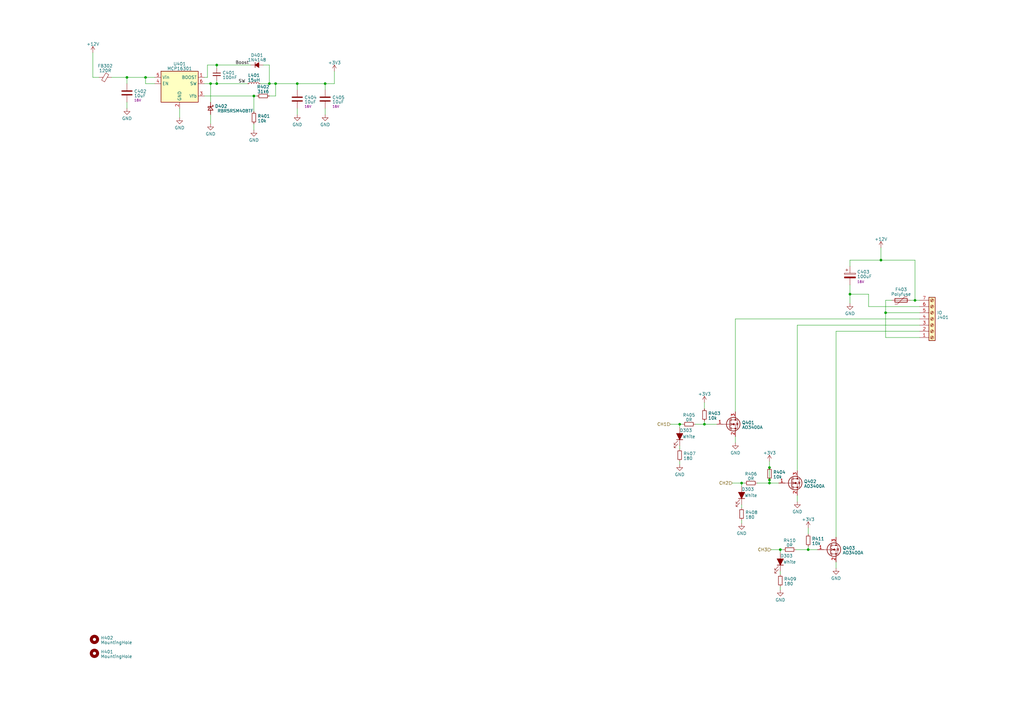
<source format=kicad_sch>
(kicad_sch (version 20230121) (generator eeschema)

  (uuid ccb6f3b7-2f2a-4782-b827-fe7d589f516d)

  (paper "A3")

  (lib_symbols
    (symbol "Connector:Screw_Terminal_01x07" (pin_names (offset 1.016) hide) (in_bom yes) (on_board yes)
      (property "Reference" "J" (at 0 10.16 0)
        (effects (font (size 1.27 1.27)))
      )
      (property "Value" "Screw_Terminal_01x07" (at 0 -10.16 0)
        (effects (font (size 1.27 1.27)))
      )
      (property "Footprint" "" (at 0 0 0)
        (effects (font (size 1.27 1.27)) hide)
      )
      (property "Datasheet" "~" (at 0 0 0)
        (effects (font (size 1.27 1.27)) hide)
      )
      (property "ki_keywords" "screw terminal" (at 0 0 0)
        (effects (font (size 1.27 1.27)) hide)
      )
      (property "ki_description" "Generic screw terminal, single row, 01x07, script generated (kicad-library-utils/schlib/autogen/connector/)" (at 0 0 0)
        (effects (font (size 1.27 1.27)) hide)
      )
      (property "ki_fp_filters" "TerminalBlock*:*" (at 0 0 0)
        (effects (font (size 1.27 1.27)) hide)
      )
      (symbol "Screw_Terminal_01x07_1_1"
        (rectangle (start -1.27 8.89) (end 1.27 -8.89)
          (stroke (width 0.254) (type default))
          (fill (type background))
        )
        (circle (center 0 -7.62) (radius 0.635)
          (stroke (width 0.1524) (type default))
          (fill (type none))
        )
        (circle (center 0 -5.08) (radius 0.635)
          (stroke (width 0.1524) (type default))
          (fill (type none))
        )
        (circle (center 0 -2.54) (radius 0.635)
          (stroke (width 0.1524) (type default))
          (fill (type none))
        )
        (polyline
          (pts
            (xy -0.5334 -7.2898)
            (xy 0.3302 -8.128)
          )
          (stroke (width 0.1524) (type default))
          (fill (type none))
        )
        (polyline
          (pts
            (xy -0.5334 -4.7498)
            (xy 0.3302 -5.588)
          )
          (stroke (width 0.1524) (type default))
          (fill (type none))
        )
        (polyline
          (pts
            (xy -0.5334 -2.2098)
            (xy 0.3302 -3.048)
          )
          (stroke (width 0.1524) (type default))
          (fill (type none))
        )
        (polyline
          (pts
            (xy -0.5334 0.3302)
            (xy 0.3302 -0.508)
          )
          (stroke (width 0.1524) (type default))
          (fill (type none))
        )
        (polyline
          (pts
            (xy -0.5334 2.8702)
            (xy 0.3302 2.032)
          )
          (stroke (width 0.1524) (type default))
          (fill (type none))
        )
        (polyline
          (pts
            (xy -0.5334 5.4102)
            (xy 0.3302 4.572)
          )
          (stroke (width 0.1524) (type default))
          (fill (type none))
        )
        (polyline
          (pts
            (xy -0.5334 7.9502)
            (xy 0.3302 7.112)
          )
          (stroke (width 0.1524) (type default))
          (fill (type none))
        )
        (polyline
          (pts
            (xy -0.3556 -7.112)
            (xy 0.508 -7.9502)
          )
          (stroke (width 0.1524) (type default))
          (fill (type none))
        )
        (polyline
          (pts
            (xy -0.3556 -4.572)
            (xy 0.508 -5.4102)
          )
          (stroke (width 0.1524) (type default))
          (fill (type none))
        )
        (polyline
          (pts
            (xy -0.3556 -2.032)
            (xy 0.508 -2.8702)
          )
          (stroke (width 0.1524) (type default))
          (fill (type none))
        )
        (polyline
          (pts
            (xy -0.3556 0.508)
            (xy 0.508 -0.3302)
          )
          (stroke (width 0.1524) (type default))
          (fill (type none))
        )
        (polyline
          (pts
            (xy -0.3556 3.048)
            (xy 0.508 2.2098)
          )
          (stroke (width 0.1524) (type default))
          (fill (type none))
        )
        (polyline
          (pts
            (xy -0.3556 5.588)
            (xy 0.508 4.7498)
          )
          (stroke (width 0.1524) (type default))
          (fill (type none))
        )
        (polyline
          (pts
            (xy -0.3556 8.128)
            (xy 0.508 7.2898)
          )
          (stroke (width 0.1524) (type default))
          (fill (type none))
        )
        (circle (center 0 0) (radius 0.635)
          (stroke (width 0.1524) (type default))
          (fill (type none))
        )
        (circle (center 0 2.54) (radius 0.635)
          (stroke (width 0.1524) (type default))
          (fill (type none))
        )
        (circle (center 0 5.08) (radius 0.635)
          (stroke (width 0.1524) (type default))
          (fill (type none))
        )
        (circle (center 0 7.62) (radius 0.635)
          (stroke (width 0.1524) (type default))
          (fill (type none))
        )
        (pin passive line (at -5.08 7.62 0) (length 3.81)
          (name "Pin_1" (effects (font (size 1.27 1.27))))
          (number "1" (effects (font (size 1.27 1.27))))
        )
        (pin passive line (at -5.08 5.08 0) (length 3.81)
          (name "Pin_2" (effects (font (size 1.27 1.27))))
          (number "2" (effects (font (size 1.27 1.27))))
        )
        (pin passive line (at -5.08 2.54 0) (length 3.81)
          (name "Pin_3" (effects (font (size 1.27 1.27))))
          (number "3" (effects (font (size 1.27 1.27))))
        )
        (pin passive line (at -5.08 0 0) (length 3.81)
          (name "Pin_4" (effects (font (size 1.27 1.27))))
          (number "4" (effects (font (size 1.27 1.27))))
        )
        (pin passive line (at -5.08 -2.54 0) (length 3.81)
          (name "Pin_5" (effects (font (size 1.27 1.27))))
          (number "5" (effects (font (size 1.27 1.27))))
        )
        (pin passive line (at -5.08 -5.08 0) (length 3.81)
          (name "Pin_6" (effects (font (size 1.27 1.27))))
          (number "6" (effects (font (size 1.27 1.27))))
        )
        (pin passive line (at -5.08 -7.62 0) (length 3.81)
          (name "Pin_7" (effects (font (size 1.27 1.27))))
          (number "7" (effects (font (size 1.27 1.27))))
        )
      )
    )
    (symbol "Device:C" (pin_numbers hide) (pin_names (offset 0.254)) (in_bom yes) (on_board yes)
      (property "Reference" "C" (at 0.635 2.54 0)
        (effects (font (size 1.27 1.27)) (justify left))
      )
      (property "Value" "C" (at 0.635 -2.54 0)
        (effects (font (size 1.27 1.27)) (justify left))
      )
      (property "Footprint" "" (at 0.9652 -3.81 0)
        (effects (font (size 1.27 1.27)) hide)
      )
      (property "Datasheet" "~" (at 0 0 0)
        (effects (font (size 1.27 1.27)) hide)
      )
      (property "ki_keywords" "cap capacitor" (at 0 0 0)
        (effects (font (size 1.27 1.27)) hide)
      )
      (property "ki_description" "Unpolarized capacitor" (at 0 0 0)
        (effects (font (size 1.27 1.27)) hide)
      )
      (property "ki_fp_filters" "C_*" (at 0 0 0)
        (effects (font (size 1.27 1.27)) hide)
      )
      (symbol "C_0_1"
        (polyline
          (pts
            (xy -2.032 -0.762)
            (xy 2.032 -0.762)
          )
          (stroke (width 0.508) (type default))
          (fill (type none))
        )
        (polyline
          (pts
            (xy -2.032 0.762)
            (xy 2.032 0.762)
          )
          (stroke (width 0.508) (type default))
          (fill (type none))
        )
      )
      (symbol "C_1_1"
        (pin passive line (at 0 3.81 270) (length 2.794)
          (name "~" (effects (font (size 1.27 1.27))))
          (number "1" (effects (font (size 1.27 1.27))))
        )
        (pin passive line (at 0 -3.81 90) (length 2.794)
          (name "~" (effects (font (size 1.27 1.27))))
          (number "2" (effects (font (size 1.27 1.27))))
        )
      )
    )
    (symbol "Device:C_Polarized" (pin_numbers hide) (pin_names (offset 0.254)) (in_bom yes) (on_board yes)
      (property "Reference" "C" (at 0.635 2.54 0)
        (effects (font (size 1.27 1.27)) (justify left))
      )
      (property "Value" "C_Polarized" (at 0.635 -2.54 0)
        (effects (font (size 1.27 1.27)) (justify left))
      )
      (property "Footprint" "" (at 0.9652 -3.81 0)
        (effects (font (size 1.27 1.27)) hide)
      )
      (property "Datasheet" "~" (at 0 0 0)
        (effects (font (size 1.27 1.27)) hide)
      )
      (property "ki_keywords" "cap capacitor" (at 0 0 0)
        (effects (font (size 1.27 1.27)) hide)
      )
      (property "ki_description" "Polarized capacitor" (at 0 0 0)
        (effects (font (size 1.27 1.27)) hide)
      )
      (property "ki_fp_filters" "CP_*" (at 0 0 0)
        (effects (font (size 1.27 1.27)) hide)
      )
      (symbol "C_Polarized_0_1"
        (rectangle (start -2.286 0.508) (end 2.286 1.016)
          (stroke (width 0) (type default))
          (fill (type none))
        )
        (polyline
          (pts
            (xy -1.778 2.286)
            (xy -0.762 2.286)
          )
          (stroke (width 0) (type default))
          (fill (type none))
        )
        (polyline
          (pts
            (xy -1.27 2.794)
            (xy -1.27 1.778)
          )
          (stroke (width 0) (type default))
          (fill (type none))
        )
        (rectangle (start 2.286 -0.508) (end -2.286 -1.016)
          (stroke (width 0) (type default))
          (fill (type outline))
        )
      )
      (symbol "C_Polarized_1_1"
        (pin passive line (at 0 3.81 270) (length 2.794)
          (name "~" (effects (font (size 1.27 1.27))))
          (number "1" (effects (font (size 1.27 1.27))))
        )
        (pin passive line (at 0 -3.81 90) (length 2.794)
          (name "~" (effects (font (size 1.27 1.27))))
          (number "2" (effects (font (size 1.27 1.27))))
        )
      )
    )
    (symbol "Device:C_Small" (pin_numbers hide) (pin_names (offset 0.254) hide) (in_bom yes) (on_board yes)
      (property "Reference" "C" (at 0.254 1.778 0)
        (effects (font (size 1.27 1.27)) (justify left))
      )
      (property "Value" "C_Small" (at 0.254 -2.032 0)
        (effects (font (size 1.27 1.27)) (justify left))
      )
      (property "Footprint" "" (at 0 0 0)
        (effects (font (size 1.27 1.27)) hide)
      )
      (property "Datasheet" "~" (at 0 0 0)
        (effects (font (size 1.27 1.27)) hide)
      )
      (property "ki_keywords" "capacitor cap" (at 0 0 0)
        (effects (font (size 1.27 1.27)) hide)
      )
      (property "ki_description" "Unpolarized capacitor, small symbol" (at 0 0 0)
        (effects (font (size 1.27 1.27)) hide)
      )
      (property "ki_fp_filters" "C_*" (at 0 0 0)
        (effects (font (size 1.27 1.27)) hide)
      )
      (symbol "C_Small_0_1"
        (polyline
          (pts
            (xy -1.524 -0.508)
            (xy 1.524 -0.508)
          )
          (stroke (width 0.3302) (type default))
          (fill (type none))
        )
        (polyline
          (pts
            (xy -1.524 0.508)
            (xy 1.524 0.508)
          )
          (stroke (width 0.3048) (type default))
          (fill (type none))
        )
      )
      (symbol "C_Small_1_1"
        (pin passive line (at 0 2.54 270) (length 2.032)
          (name "~" (effects (font (size 1.27 1.27))))
          (number "1" (effects (font (size 1.27 1.27))))
        )
        (pin passive line (at 0 -2.54 90) (length 2.032)
          (name "~" (effects (font (size 1.27 1.27))))
          (number "2" (effects (font (size 1.27 1.27))))
        )
      )
    )
    (symbol "Device:D_Schottky_Small" (pin_numbers hide) (pin_names (offset 0.254) hide) (in_bom yes) (on_board yes)
      (property "Reference" "D" (at -1.27 2.032 0)
        (effects (font (size 1.27 1.27)) (justify left))
      )
      (property "Value" "D_Schottky_Small" (at -7.112 -2.032 0)
        (effects (font (size 1.27 1.27)) (justify left))
      )
      (property "Footprint" "" (at 0 0 90)
        (effects (font (size 1.27 1.27)) hide)
      )
      (property "Datasheet" "~" (at 0 0 90)
        (effects (font (size 1.27 1.27)) hide)
      )
      (property "ki_keywords" "diode Schottky" (at 0 0 0)
        (effects (font (size 1.27 1.27)) hide)
      )
      (property "ki_description" "Schottky diode, small symbol" (at 0 0 0)
        (effects (font (size 1.27 1.27)) hide)
      )
      (property "ki_fp_filters" "TO-???* *_Diode_* *SingleDiode* D_*" (at 0 0 0)
        (effects (font (size 1.27 1.27)) hide)
      )
      (symbol "D_Schottky_Small_0_1"
        (polyline
          (pts
            (xy -0.762 0)
            (xy 0.762 0)
          )
          (stroke (width 0) (type default))
          (fill (type none))
        )
        (polyline
          (pts
            (xy 0.762 -1.016)
            (xy -0.762 0)
            (xy 0.762 1.016)
            (xy 0.762 -1.016)
          )
          (stroke (width 0.254) (type default))
          (fill (type none))
        )
        (polyline
          (pts
            (xy -1.27 0.762)
            (xy -1.27 1.016)
            (xy -0.762 1.016)
            (xy -0.762 -1.016)
            (xy -0.254 -1.016)
            (xy -0.254 -0.762)
          )
          (stroke (width 0.254) (type default))
          (fill (type none))
        )
      )
      (symbol "D_Schottky_Small_1_1"
        (pin passive line (at -2.54 0 0) (length 1.778)
          (name "K" (effects (font (size 1.27 1.27))))
          (number "1" (effects (font (size 1.27 1.27))))
        )
        (pin passive line (at 2.54 0 180) (length 1.778)
          (name "A" (effects (font (size 1.27 1.27))))
          (number "2" (effects (font (size 1.27 1.27))))
        )
      )
    )
    (symbol "Device:D_Small_Filled" (pin_numbers hide) (pin_names (offset 0.254) hide) (in_bom yes) (on_board yes)
      (property "Reference" "D" (at -1.27 2.032 0)
        (effects (font (size 1.27 1.27)) (justify left))
      )
      (property "Value" "D_Small_Filled" (at -3.81 -2.032 0)
        (effects (font (size 1.27 1.27)) (justify left))
      )
      (property "Footprint" "" (at 0 0 90)
        (effects (font (size 1.27 1.27)) hide)
      )
      (property "Datasheet" "~" (at 0 0 90)
        (effects (font (size 1.27 1.27)) hide)
      )
      (property "Sim.Device" "D" (at 0 0 0)
        (effects (font (size 1.27 1.27)) hide)
      )
      (property "Sim.Pins" "1=K 2=A" (at 0 0 0)
        (effects (font (size 1.27 1.27)) hide)
      )
      (property "ki_keywords" "diode" (at 0 0 0)
        (effects (font (size 1.27 1.27)) hide)
      )
      (property "ki_description" "Diode, small symbol, filled shape" (at 0 0 0)
        (effects (font (size 1.27 1.27)) hide)
      )
      (property "ki_fp_filters" "TO-???* *_Diode_* *SingleDiode* D_*" (at 0 0 0)
        (effects (font (size 1.27 1.27)) hide)
      )
      (symbol "D_Small_Filled_0_1"
        (polyline
          (pts
            (xy -0.762 -1.016)
            (xy -0.762 1.016)
          )
          (stroke (width 0.254) (type default))
          (fill (type none))
        )
        (polyline
          (pts
            (xy -0.762 0)
            (xy 0.762 0)
          )
          (stroke (width 0) (type default))
          (fill (type none))
        )
        (polyline
          (pts
            (xy 0.762 -1.016)
            (xy -0.762 0)
            (xy 0.762 1.016)
            (xy 0.762 -1.016)
          )
          (stroke (width 0.254) (type default))
          (fill (type outline))
        )
      )
      (symbol "D_Small_Filled_1_1"
        (pin passive line (at -2.54 0 0) (length 1.778)
          (name "K" (effects (font (size 1.27 1.27))))
          (number "1" (effects (font (size 1.27 1.27))))
        )
        (pin passive line (at 2.54 0 180) (length 1.778)
          (name "A" (effects (font (size 1.27 1.27))))
          (number "2" (effects (font (size 1.27 1.27))))
        )
      )
    )
    (symbol "Device:FerriteBead_Small" (pin_numbers hide) (pin_names (offset 0)) (in_bom yes) (on_board yes)
      (property "Reference" "FB" (at 1.905 1.27 0)
        (effects (font (size 1.27 1.27)) (justify left))
      )
      (property "Value" "FerriteBead_Small" (at 1.905 -1.27 0)
        (effects (font (size 1.27 1.27)) (justify left))
      )
      (property "Footprint" "" (at -1.778 0 90)
        (effects (font (size 1.27 1.27)) hide)
      )
      (property "Datasheet" "~" (at 0 0 0)
        (effects (font (size 1.27 1.27)) hide)
      )
      (property "ki_keywords" "L ferrite bead inductor filter" (at 0 0 0)
        (effects (font (size 1.27 1.27)) hide)
      )
      (property "ki_description" "Ferrite bead, small symbol" (at 0 0 0)
        (effects (font (size 1.27 1.27)) hide)
      )
      (property "ki_fp_filters" "Inductor_* L_* *Ferrite*" (at 0 0 0)
        (effects (font (size 1.27 1.27)) hide)
      )
      (symbol "FerriteBead_Small_0_1"
        (polyline
          (pts
            (xy 0 -1.27)
            (xy 0 -0.7874)
          )
          (stroke (width 0) (type default))
          (fill (type none))
        )
        (polyline
          (pts
            (xy 0 0.889)
            (xy 0 1.2954)
          )
          (stroke (width 0) (type default))
          (fill (type none))
        )
        (polyline
          (pts
            (xy -1.8288 0.2794)
            (xy -1.1176 1.4986)
            (xy 1.8288 -0.2032)
            (xy 1.1176 -1.4224)
            (xy -1.8288 0.2794)
          )
          (stroke (width 0) (type default))
          (fill (type none))
        )
      )
      (symbol "FerriteBead_Small_1_1"
        (pin passive line (at 0 2.54 270) (length 1.27)
          (name "~" (effects (font (size 1.27 1.27))))
          (number "1" (effects (font (size 1.27 1.27))))
        )
        (pin passive line (at 0 -2.54 90) (length 1.27)
          (name "~" (effects (font (size 1.27 1.27))))
          (number "2" (effects (font (size 1.27 1.27))))
        )
      )
    )
    (symbol "Device:LED_Filled" (pin_numbers hide) (pin_names (offset 1.016) hide) (in_bom yes) (on_board yes)
      (property "Reference" "D" (at 0 2.54 0)
        (effects (font (size 1.27 1.27)))
      )
      (property "Value" "LED_Filled" (at 0 -2.54 0)
        (effects (font (size 1.27 1.27)))
      )
      (property "Footprint" "" (at 0 0 0)
        (effects (font (size 1.27 1.27)) hide)
      )
      (property "Datasheet" "~" (at 0 0 0)
        (effects (font (size 1.27 1.27)) hide)
      )
      (property "ki_keywords" "LED diode" (at 0 0 0)
        (effects (font (size 1.27 1.27)) hide)
      )
      (property "ki_description" "Light emitting diode, filled shape" (at 0 0 0)
        (effects (font (size 1.27 1.27)) hide)
      )
      (property "ki_fp_filters" "LED* LED_SMD:* LED_THT:*" (at 0 0 0)
        (effects (font (size 1.27 1.27)) hide)
      )
      (symbol "LED_Filled_0_1"
        (polyline
          (pts
            (xy -1.27 -1.27)
            (xy -1.27 1.27)
          )
          (stroke (width 0.254) (type default))
          (fill (type none))
        )
        (polyline
          (pts
            (xy -1.27 0)
            (xy 1.27 0)
          )
          (stroke (width 0) (type default))
          (fill (type none))
        )
        (polyline
          (pts
            (xy 1.27 -1.27)
            (xy 1.27 1.27)
            (xy -1.27 0)
            (xy 1.27 -1.27)
          )
          (stroke (width 0.254) (type default))
          (fill (type outline))
        )
        (polyline
          (pts
            (xy -3.048 -0.762)
            (xy -4.572 -2.286)
            (xy -3.81 -2.286)
            (xy -4.572 -2.286)
            (xy -4.572 -1.524)
          )
          (stroke (width 0) (type default))
          (fill (type none))
        )
        (polyline
          (pts
            (xy -1.778 -0.762)
            (xy -3.302 -2.286)
            (xy -2.54 -2.286)
            (xy -3.302 -2.286)
            (xy -3.302 -1.524)
          )
          (stroke (width 0) (type default))
          (fill (type none))
        )
      )
      (symbol "LED_Filled_1_1"
        (pin passive line (at -3.81 0 0) (length 2.54)
          (name "K" (effects (font (size 1.27 1.27))))
          (number "1" (effects (font (size 1.27 1.27))))
        )
        (pin passive line (at 3.81 0 180) (length 2.54)
          (name "A" (effects (font (size 1.27 1.27))))
          (number "2" (effects (font (size 1.27 1.27))))
        )
      )
    )
    (symbol "Device:L_Small" (pin_numbers hide) (pin_names (offset 0.254) hide) (in_bom yes) (on_board yes)
      (property "Reference" "L" (at 0.762 1.016 0)
        (effects (font (size 1.27 1.27)) (justify left))
      )
      (property "Value" "L_Small" (at 0.762 -1.016 0)
        (effects (font (size 1.27 1.27)) (justify left))
      )
      (property "Footprint" "" (at 0 0 0)
        (effects (font (size 1.27 1.27)) hide)
      )
      (property "Datasheet" "~" (at 0 0 0)
        (effects (font (size 1.27 1.27)) hide)
      )
      (property "ki_keywords" "inductor choke coil reactor magnetic" (at 0 0 0)
        (effects (font (size 1.27 1.27)) hide)
      )
      (property "ki_description" "Inductor, small symbol" (at 0 0 0)
        (effects (font (size 1.27 1.27)) hide)
      )
      (property "ki_fp_filters" "Choke_* *Coil* Inductor_* L_*" (at 0 0 0)
        (effects (font (size 1.27 1.27)) hide)
      )
      (symbol "L_Small_0_1"
        (arc (start 0 -2.032) (mid 0.5058 -1.524) (end 0 -1.016)
          (stroke (width 0) (type default))
          (fill (type none))
        )
        (arc (start 0 -1.016) (mid 0.5058 -0.508) (end 0 0)
          (stroke (width 0) (type default))
          (fill (type none))
        )
        (arc (start 0 0) (mid 0.5058 0.508) (end 0 1.016)
          (stroke (width 0) (type default))
          (fill (type none))
        )
        (arc (start 0 1.016) (mid 0.5058 1.524) (end 0 2.032)
          (stroke (width 0) (type default))
          (fill (type none))
        )
      )
      (symbol "L_Small_1_1"
        (pin passive line (at 0 2.54 270) (length 0.508)
          (name "~" (effects (font (size 1.27 1.27))))
          (number "1" (effects (font (size 1.27 1.27))))
        )
        (pin passive line (at 0 -2.54 90) (length 0.508)
          (name "~" (effects (font (size 1.27 1.27))))
          (number "2" (effects (font (size 1.27 1.27))))
        )
      )
    )
    (symbol "Device:Polyfuse" (pin_numbers hide) (pin_names (offset 0)) (in_bom yes) (on_board yes)
      (property "Reference" "F" (at -2.54 0 90)
        (effects (font (size 1.27 1.27)))
      )
      (property "Value" "Polyfuse" (at 2.54 0 90)
        (effects (font (size 1.27 1.27)))
      )
      (property "Footprint" "" (at 1.27 -5.08 0)
        (effects (font (size 1.27 1.27)) (justify left) hide)
      )
      (property "Datasheet" "~" (at 0 0 0)
        (effects (font (size 1.27 1.27)) hide)
      )
      (property "ki_keywords" "resettable fuse PTC PPTC polyfuse polyswitch" (at 0 0 0)
        (effects (font (size 1.27 1.27)) hide)
      )
      (property "ki_description" "Resettable fuse, polymeric positive temperature coefficient" (at 0 0 0)
        (effects (font (size 1.27 1.27)) hide)
      )
      (property "ki_fp_filters" "*polyfuse* *PTC*" (at 0 0 0)
        (effects (font (size 1.27 1.27)) hide)
      )
      (symbol "Polyfuse_0_1"
        (rectangle (start -0.762 2.54) (end 0.762 -2.54)
          (stroke (width 0.254) (type default))
          (fill (type none))
        )
        (polyline
          (pts
            (xy 0 2.54)
            (xy 0 -2.54)
          )
          (stroke (width 0) (type default))
          (fill (type none))
        )
        (polyline
          (pts
            (xy -1.524 2.54)
            (xy -1.524 1.524)
            (xy 1.524 -1.524)
            (xy 1.524 -2.54)
          )
          (stroke (width 0) (type default))
          (fill (type none))
        )
      )
      (symbol "Polyfuse_1_1"
        (pin passive line (at 0 3.81 270) (length 1.27)
          (name "~" (effects (font (size 1.27 1.27))))
          (number "1" (effects (font (size 1.27 1.27))))
        )
        (pin passive line (at 0 -3.81 90) (length 1.27)
          (name "~" (effects (font (size 1.27 1.27))))
          (number "2" (effects (font (size 1.27 1.27))))
        )
      )
    )
    (symbol "Device:R_Small" (pin_numbers hide) (pin_names (offset 0.254) hide) (in_bom yes) (on_board yes)
      (property "Reference" "R" (at 0.762 0.508 0)
        (effects (font (size 1.27 1.27)) (justify left))
      )
      (property "Value" "R_Small" (at 0.762 -1.016 0)
        (effects (font (size 1.27 1.27)) (justify left))
      )
      (property "Footprint" "" (at 0 0 0)
        (effects (font (size 1.27 1.27)) hide)
      )
      (property "Datasheet" "~" (at 0 0 0)
        (effects (font (size 1.27 1.27)) hide)
      )
      (property "ki_keywords" "R resistor" (at 0 0 0)
        (effects (font (size 1.27 1.27)) hide)
      )
      (property "ki_description" "Resistor, small symbol" (at 0 0 0)
        (effects (font (size 1.27 1.27)) hide)
      )
      (property "ki_fp_filters" "R_*" (at 0 0 0)
        (effects (font (size 1.27 1.27)) hide)
      )
      (symbol "R_Small_0_1"
        (rectangle (start -0.762 1.778) (end 0.762 -1.778)
          (stroke (width 0.2032) (type default))
          (fill (type none))
        )
      )
      (symbol "R_Small_1_1"
        (pin passive line (at 0 2.54 270) (length 0.762)
          (name "~" (effects (font (size 1.27 1.27))))
          (number "1" (effects (font (size 1.27 1.27))))
        )
        (pin passive line (at 0 -2.54 90) (length 0.762)
          (name "~" (effects (font (size 1.27 1.27))))
          (number "2" (effects (font (size 1.27 1.27))))
        )
      )
    )
    (symbol "Mechanical:MountingHole" (pin_names (offset 1.016)) (in_bom yes) (on_board yes)
      (property "Reference" "H" (at 0 5.08 0)
        (effects (font (size 1.27 1.27)))
      )
      (property "Value" "MountingHole" (at 0 3.175 0)
        (effects (font (size 1.27 1.27)))
      )
      (property "Footprint" "" (at 0 0 0)
        (effects (font (size 1.27 1.27)) hide)
      )
      (property "Datasheet" "~" (at 0 0 0)
        (effects (font (size 1.27 1.27)) hide)
      )
      (property "ki_keywords" "mounting hole" (at 0 0 0)
        (effects (font (size 1.27 1.27)) hide)
      )
      (property "ki_description" "Mounting Hole without connection" (at 0 0 0)
        (effects (font (size 1.27 1.27)) hide)
      )
      (property "ki_fp_filters" "MountingHole*" (at 0 0 0)
        (effects (font (size 1.27 1.27)) hide)
      )
      (symbol "MountingHole_0_1"
        (circle (center 0 0) (radius 1.27)
          (stroke (width 1.27) (type default))
          (fill (type none))
        )
      )
    )
    (symbol "Regulator_Switching:MCP16301" (in_bom yes) (on_board yes)
      (property "Reference" "U" (at -7.62 6.35 0)
        (effects (font (size 1.27 1.27)) (justify left))
      )
      (property "Value" "MCP16301" (at 0 6.35 0)
        (effects (font (size 1.27 1.27)) (justify left))
      )
      (property "Footprint" "Package_TO_SOT_SMD:SOT-23-6" (at 1.27 -8.89 0)
        (effects (font (size 1.27 1.27)) (justify left) hide)
      )
      (property "Datasheet" "http://ww1.microchip.com/downloads/en/DeviceDoc/20005004D.pdf" (at -7.62 8.89 0)
        (effects (font (size 1.27 1.27)) hide)
      )
      (property "ki_keywords" "switching buck converter power-supply voltage regulator" (at 0 0 0)
        (effects (font (size 1.27 1.27)) hide)
      )
      (property "ki_description" "1A, 4.0 to 30V Input, High Voltage Input integrated switch step-down regulator, SOT-23-6" (at 0 0 0)
        (effects (font (size 1.27 1.27)) hide)
      )
      (property "ki_fp_filters" "SOT?23*" (at 0 0 0)
        (effects (font (size 1.27 1.27)) hide)
      )
      (symbol "MCP16301_0_1"
        (rectangle (start -7.62 5.08) (end 7.62 -7.62)
          (stroke (width 0.254) (type default))
          (fill (type background))
        )
      )
      (symbol "MCP16301_1_1"
        (pin output line (at 10.16 2.54 180) (length 2.54)
          (name "BOOST" (effects (font (size 1.27 1.27))))
          (number "1" (effects (font (size 1.27 1.27))))
        )
        (pin power_in line (at 0 -10.16 90) (length 2.54)
          (name "GND" (effects (font (size 1.27 1.27))))
          (number "2" (effects (font (size 1.27 1.27))))
        )
        (pin input line (at 10.16 -5.08 180) (length 2.54)
          (name "Vfb" (effects (font (size 1.27 1.27))))
          (number "3" (effects (font (size 1.27 1.27))))
        )
        (pin input line (at -10.16 0 0) (length 2.54)
          (name "EN" (effects (font (size 1.27 1.27))))
          (number "4" (effects (font (size 1.27 1.27))))
        )
        (pin power_in line (at -10.16 2.54 0) (length 2.54)
          (name "Vin" (effects (font (size 1.27 1.27))))
          (number "5" (effects (font (size 1.27 1.27))))
        )
        (pin output line (at 10.16 0 180) (length 2.54)
          (name "SW" (effects (font (size 1.27 1.27))))
          (number "6" (effects (font (size 1.27 1.27))))
        )
      )
    )
    (symbol "Transistor_FET:AO3400A" (pin_names hide) (in_bom yes) (on_board yes)
      (property "Reference" "Q" (at 5.08 1.905 0)
        (effects (font (size 1.27 1.27)) (justify left))
      )
      (property "Value" "AO3400A" (at 5.08 0 0)
        (effects (font (size 1.27 1.27)) (justify left))
      )
      (property "Footprint" "Package_TO_SOT_SMD:SOT-23" (at 5.08 -1.905 0)
        (effects (font (size 1.27 1.27) italic) (justify left) hide)
      )
      (property "Datasheet" "http://www.aosmd.com/pdfs/datasheet/AO3400A.pdf" (at 0 0 0)
        (effects (font (size 1.27 1.27)) (justify left) hide)
      )
      (property "ki_keywords" "N-Channel MOSFET" (at 0 0 0)
        (effects (font (size 1.27 1.27)) hide)
      )
      (property "ki_description" "30V Vds, 5.7A Id, N-Channel MOSFET, SOT-23" (at 0 0 0)
        (effects (font (size 1.27 1.27)) hide)
      )
      (property "ki_fp_filters" "SOT?23*" (at 0 0 0)
        (effects (font (size 1.27 1.27)) hide)
      )
      (symbol "AO3400A_0_1"
        (polyline
          (pts
            (xy 0.254 0)
            (xy -2.54 0)
          )
          (stroke (width 0) (type default))
          (fill (type none))
        )
        (polyline
          (pts
            (xy 0.254 1.905)
            (xy 0.254 -1.905)
          )
          (stroke (width 0.254) (type default))
          (fill (type none))
        )
        (polyline
          (pts
            (xy 0.762 -1.27)
            (xy 0.762 -2.286)
          )
          (stroke (width 0.254) (type default))
          (fill (type none))
        )
        (polyline
          (pts
            (xy 0.762 0.508)
            (xy 0.762 -0.508)
          )
          (stroke (width 0.254) (type default))
          (fill (type none))
        )
        (polyline
          (pts
            (xy 0.762 2.286)
            (xy 0.762 1.27)
          )
          (stroke (width 0.254) (type default))
          (fill (type none))
        )
        (polyline
          (pts
            (xy 2.54 2.54)
            (xy 2.54 1.778)
          )
          (stroke (width 0) (type default))
          (fill (type none))
        )
        (polyline
          (pts
            (xy 2.54 -2.54)
            (xy 2.54 0)
            (xy 0.762 0)
          )
          (stroke (width 0) (type default))
          (fill (type none))
        )
        (polyline
          (pts
            (xy 0.762 -1.778)
            (xy 3.302 -1.778)
            (xy 3.302 1.778)
            (xy 0.762 1.778)
          )
          (stroke (width 0) (type default))
          (fill (type none))
        )
        (polyline
          (pts
            (xy 1.016 0)
            (xy 2.032 0.381)
            (xy 2.032 -0.381)
            (xy 1.016 0)
          )
          (stroke (width 0) (type default))
          (fill (type outline))
        )
        (polyline
          (pts
            (xy 2.794 0.508)
            (xy 2.921 0.381)
            (xy 3.683 0.381)
            (xy 3.81 0.254)
          )
          (stroke (width 0) (type default))
          (fill (type none))
        )
        (polyline
          (pts
            (xy 3.302 0.381)
            (xy 2.921 -0.254)
            (xy 3.683 -0.254)
            (xy 3.302 0.381)
          )
          (stroke (width 0) (type default))
          (fill (type none))
        )
        (circle (center 1.651 0) (radius 2.794)
          (stroke (width 0.254) (type default))
          (fill (type none))
        )
        (circle (center 2.54 -1.778) (radius 0.254)
          (stroke (width 0) (type default))
          (fill (type outline))
        )
        (circle (center 2.54 1.778) (radius 0.254)
          (stroke (width 0) (type default))
          (fill (type outline))
        )
      )
      (symbol "AO3400A_1_1"
        (pin input line (at -5.08 0 0) (length 2.54)
          (name "G" (effects (font (size 1.27 1.27))))
          (number "1" (effects (font (size 1.27 1.27))))
        )
        (pin passive line (at 2.54 -5.08 90) (length 2.54)
          (name "S" (effects (font (size 1.27 1.27))))
          (number "2" (effects (font (size 1.27 1.27))))
        )
        (pin passive line (at 2.54 5.08 270) (length 2.54)
          (name "D" (effects (font (size 1.27 1.27))))
          (number "3" (effects (font (size 1.27 1.27))))
        )
      )
    )
    (symbol "power:+12V" (power) (pin_names (offset 0)) (in_bom yes) (on_board yes)
      (property "Reference" "#PWR" (at 0 -3.81 0)
        (effects (font (size 1.27 1.27)) hide)
      )
      (property "Value" "+12V" (at 0 3.556 0)
        (effects (font (size 1.27 1.27)))
      )
      (property "Footprint" "" (at 0 0 0)
        (effects (font (size 1.27 1.27)) hide)
      )
      (property "Datasheet" "" (at 0 0 0)
        (effects (font (size 1.27 1.27)) hide)
      )
      (property "ki_keywords" "global power" (at 0 0 0)
        (effects (font (size 1.27 1.27)) hide)
      )
      (property "ki_description" "Power symbol creates a global label with name \"+12V\"" (at 0 0 0)
        (effects (font (size 1.27 1.27)) hide)
      )
      (symbol "+12V_0_1"
        (polyline
          (pts
            (xy -0.762 1.27)
            (xy 0 2.54)
          )
          (stroke (width 0) (type default))
          (fill (type none))
        )
        (polyline
          (pts
            (xy 0 0)
            (xy 0 2.54)
          )
          (stroke (width 0) (type default))
          (fill (type none))
        )
        (polyline
          (pts
            (xy 0 2.54)
            (xy 0.762 1.27)
          )
          (stroke (width 0) (type default))
          (fill (type none))
        )
      )
      (symbol "+12V_1_1"
        (pin power_in line (at 0 0 90) (length 0) hide
          (name "+12V" (effects (font (size 1.27 1.27))))
          (number "1" (effects (font (size 1.27 1.27))))
        )
      )
    )
    (symbol "power:+3V3" (power) (pin_names (offset 0)) (in_bom yes) (on_board yes)
      (property "Reference" "#PWR" (at 0 -3.81 0)
        (effects (font (size 1.27 1.27)) hide)
      )
      (property "Value" "+3V3" (at 0 3.556 0)
        (effects (font (size 1.27 1.27)))
      )
      (property "Footprint" "" (at 0 0 0)
        (effects (font (size 1.27 1.27)) hide)
      )
      (property "Datasheet" "" (at 0 0 0)
        (effects (font (size 1.27 1.27)) hide)
      )
      (property "ki_keywords" "global power" (at 0 0 0)
        (effects (font (size 1.27 1.27)) hide)
      )
      (property "ki_description" "Power symbol creates a global label with name \"+3V3\"" (at 0 0 0)
        (effects (font (size 1.27 1.27)) hide)
      )
      (symbol "+3V3_0_1"
        (polyline
          (pts
            (xy -0.762 1.27)
            (xy 0 2.54)
          )
          (stroke (width 0) (type default))
          (fill (type none))
        )
        (polyline
          (pts
            (xy 0 0)
            (xy 0 2.54)
          )
          (stroke (width 0) (type default))
          (fill (type none))
        )
        (polyline
          (pts
            (xy 0 2.54)
            (xy 0.762 1.27)
          )
          (stroke (width 0) (type default))
          (fill (type none))
        )
      )
      (symbol "+3V3_1_1"
        (pin power_in line (at 0 0 90) (length 0) hide
          (name "+3V3" (effects (font (size 1.27 1.27))))
          (number "1" (effects (font (size 1.27 1.27))))
        )
      )
    )
    (symbol "power:GND" (power) (pin_names (offset 0)) (in_bom yes) (on_board yes)
      (property "Reference" "#PWR" (at 0 -6.35 0)
        (effects (font (size 1.27 1.27)) hide)
      )
      (property "Value" "GND" (at 0 -3.81 0)
        (effects (font (size 1.27 1.27)))
      )
      (property "Footprint" "" (at 0 0 0)
        (effects (font (size 1.27 1.27)) hide)
      )
      (property "Datasheet" "" (at 0 0 0)
        (effects (font (size 1.27 1.27)) hide)
      )
      (property "ki_keywords" "global power" (at 0 0 0)
        (effects (font (size 1.27 1.27)) hide)
      )
      (property "ki_description" "Power symbol creates a global label with name \"GND\" , ground" (at 0 0 0)
        (effects (font (size 1.27 1.27)) hide)
      )
      (symbol "GND_0_1"
        (polyline
          (pts
            (xy 0 0)
            (xy 0 -1.27)
            (xy 1.27 -1.27)
            (xy 0 -2.54)
            (xy -1.27 -1.27)
            (xy 0 -1.27)
          )
          (stroke (width 0) (type default))
          (fill (type none))
        )
      )
      (symbol "GND_1_1"
        (pin power_in line (at 0 0 270) (length 0) hide
          (name "GND" (effects (font (size 1.27 1.27))))
          (number "1" (effects (font (size 1.27 1.27))))
        )
      )
    )
  )

  (junction (at 288.925 173.99) (diameter 0) (color 0 0 0 0)
    (uuid 0d4e505e-a27b-4826-8884-a51ca584d4e5)
  )
  (junction (at 278.765 173.99) (diameter 0) (color 0 0 0 0)
    (uuid 1bfe7941-0fd8-4045-99be-7064f8b59464)
  )
  (junction (at 375.285 123.19) (diameter 0) (color 0 0 0 0)
    (uuid 1e1b1832-2772-4b5c-9288-419b0e52f818)
  )
  (junction (at 110.49 34.29) (diameter 0) (color 0 0 0 0)
    (uuid 1f9be516-e8a3-4158-b125-20a80ff3e2b8)
  )
  (junction (at 104.14 39.37) (diameter 0) (color 0 0 0 0)
    (uuid 1ff15d8c-79b5-4b32-bf7d-0e20713dae73)
  )
  (junction (at 320.04 225.425) (diameter 0) (color 0 0 0 0)
    (uuid 23958136-8faf-4f00-bd10-1c5dcd9fc5cf)
  )
  (junction (at 88.9 34.29) (diameter 0) (color 0 0 0 0)
    (uuid 3e1a27a7-4008-4edf-a79e-d3ca6a3df317)
  )
  (junction (at 304.165 198.12) (diameter 0) (color 0 0 0 0)
    (uuid 4e8b63f7-6a1f-434d-bbc2-ba654c0decb4)
  )
  (junction (at 133.35 34.29) (diameter 0) (color 0 0 0 0)
    (uuid 505579db-85dd-4a21-8bd4-13aff16f9aa5)
  )
  (junction (at 59.69 31.75) (diameter 0) (color 0 0 0 0)
    (uuid 56837af9-11e2-497a-90d7-ded68b2f5f3a)
  )
  (junction (at 315.595 196.85) (diameter 0) (color 0 0 0 0)
    (uuid 607590ba-745a-4276-ad9e-58595546b334)
  )
  (junction (at 113.03 34.29) (diameter 0) (color 0 0 0 0)
    (uuid 616f315b-2bfe-4f42-bbf6-b78b2cb67faa)
  )
  (junction (at 363.22 128.27) (diameter 0) (color 0 0 0 0)
    (uuid 66368505-d7ba-40db-b714-ddfc140efbe6)
  )
  (junction (at 315.595 198.12) (diameter 0) (color 0 0 0 0)
    (uuid 6d20d38a-5ac8-41d1-b4aa-513b6fadb4b4)
  )
  (junction (at 315.595 191.77) (diameter 0) (color 0 0 0 0)
    (uuid 88081589-47d9-4ff0-9b7c-1b3b89155da6)
  )
  (junction (at 86.36 34.29) (diameter 0) (color 0 0 0 0)
    (uuid 90f6c05e-029a-418e-a2f2-304220b57a7f)
  )
  (junction (at 331.47 225.425) (diameter 0) (color 0 0 0 0)
    (uuid a71ef168-ac83-43b2-8f9b-21f61832cbfc)
  )
  (junction (at 88.9 26.67) (diameter 0) (color 0 0 0 0)
    (uuid a72e78e4-24ea-4e92-825f-c934fd1f7743)
  )
  (junction (at 52.07 31.75) (diameter 0) (color 0 0 0 0)
    (uuid b0effe4d-85b3-4601-86a5-a25f3b788af3)
  )
  (junction (at 361.315 106.68) (diameter 0) (color 0 0 0 0)
    (uuid d4eea83b-0f90-45a6-ab72-eeae54c5cbe3)
  )
  (junction (at 121.92 34.29) (diameter 0) (color 0 0 0 0)
    (uuid e5d64ddf-5bb2-4bfc-a794-f372bd120c5d)
  )
  (junction (at 348.615 120.65) (diameter 0) (color 0 0 0 0)
    (uuid edbfa563-aa10-46b5-ad0d-cc181ace4975)
  )

  (wire (pts (xy 335.28 225.425) (xy 331.47 225.425))
    (stroke (width 0) (type default))
    (uuid 002b5a76-9005-4478-b533-140efeb8ee88)
  )
  (wire (pts (xy 52.07 31.75) (xy 45.72 31.75))
    (stroke (width 0) (type default))
    (uuid 0383b9cf-0a81-49f0-be82-c020a3277a05)
  )
  (wire (pts (xy 319.405 198.12) (xy 315.595 198.12))
    (stroke (width 0) (type default))
    (uuid 06a00447-a6c5-430b-8836-255e73815322)
  )
  (wire (pts (xy 133.35 34.29) (xy 133.35 36.83))
    (stroke (width 0) (type default))
    (uuid 0725fa3e-a1fa-4d32-a1f5-e9d4082f3989)
  )
  (wire (pts (xy 363.22 128.27) (xy 377.19 128.27))
    (stroke (width 0) (type default))
    (uuid 074efa25-dfc5-4465-b2b9-4fe6db76febe)
  )
  (wire (pts (xy 52.07 41.91) (xy 52.07 44.45))
    (stroke (width 0) (type default))
    (uuid 0c65026f-f72c-4099-9d41-adf65fcb564b)
  )
  (wire (pts (xy 88.9 26.67) (xy 88.9 27.94))
    (stroke (width 0) (type default))
    (uuid 0fda847d-fe8d-4440-bef3-887aa7ba63f5)
  )
  (wire (pts (xy 83.82 39.37) (xy 104.14 39.37))
    (stroke (width 0) (type default))
    (uuid 10a80995-e2a3-403f-9b78-6cfdba7571f1)
  )
  (wire (pts (xy 377.19 135.89) (xy 342.9 135.89))
    (stroke (width 0) (type default))
    (uuid 11a874dc-3a79-4adb-8768-8010bb221cf8)
  )
  (wire (pts (xy 86.36 34.29) (xy 86.36 41.91))
    (stroke (width 0) (type default))
    (uuid 18487f3a-60ae-4f6d-9851-d9cc4ceb9764)
  )
  (wire (pts (xy 320.04 240.665) (xy 320.04 241.935))
    (stroke (width 0) (type default))
    (uuid 1b873639-c869-4b0c-bd15-2b442fcf4b6c)
  )
  (wire (pts (xy 52.07 31.75) (xy 52.07 34.29))
    (stroke (width 0) (type default))
    (uuid 2194b601-9252-466a-a2bb-fd6b99f9e18e)
  )
  (wire (pts (xy 288.925 165.1) (xy 288.925 167.64))
    (stroke (width 0) (type default))
    (uuid 28d08032-4449-4ebf-b97c-8baf3568529c)
  )
  (wire (pts (xy 59.69 31.75) (xy 63.5 31.75))
    (stroke (width 0) (type default))
    (uuid 3165282c-aad2-4e64-b288-05785728e03a)
  )
  (wire (pts (xy 304.165 213.36) (xy 304.165 214.63))
    (stroke (width 0) (type default))
    (uuid 335224b9-9ba2-48a0-9b4d-4e076922efc5)
  )
  (wire (pts (xy 300.355 198.12) (xy 304.165 198.12))
    (stroke (width 0) (type default))
    (uuid 36639361-1c05-4f95-803c-e241df5bc50a)
  )
  (wire (pts (xy 361.315 106.68) (xy 375.285 106.68))
    (stroke (width 0) (type default))
    (uuid 3bdcd6b2-13f7-43a6-9df9-9701bc81041b)
  )
  (wire (pts (xy 278.765 182.88) (xy 278.765 184.15))
    (stroke (width 0) (type default))
    (uuid 430dc24c-0b62-4b3f-a47c-3ee93ac36d44)
  )
  (wire (pts (xy 348.615 120.65) (xy 348.615 124.46))
    (stroke (width 0) (type default))
    (uuid 4ad85695-8884-4d00-aa1d-e879a9a2b8a7)
  )
  (wire (pts (xy 375.285 106.68) (xy 375.285 123.19))
    (stroke (width 0) (type default))
    (uuid 4d2bfce2-0793-43b1-ab30-262db82ca1f2)
  )
  (wire (pts (xy 86.36 46.99) (xy 86.36 50.8))
    (stroke (width 0) (type default))
    (uuid 504a6856-c251-4e59-8269-97a8abf0d46d)
  )
  (wire (pts (xy 327.025 203.2) (xy 327.025 205.74))
    (stroke (width 0) (type default))
    (uuid 50d0d10e-07fb-4b29-a130-dbbcb73fcb2b)
  )
  (wire (pts (xy 356.235 125.73) (xy 356.235 120.65))
    (stroke (width 0) (type default))
    (uuid 519ec4dc-ca7a-4dad-88c3-a0c318c57efc)
  )
  (wire (pts (xy 278.765 173.99) (xy 278.765 175.26))
    (stroke (width 0) (type default))
    (uuid 5251d753-4582-4b96-bf77-bc522a903d22)
  )
  (wire (pts (xy 348.615 120.65) (xy 356.235 120.65))
    (stroke (width 0) (type default))
    (uuid 5472f320-700c-46b8-a883-b0180546da7a)
  )
  (wire (pts (xy 121.92 34.29) (xy 133.35 34.29))
    (stroke (width 0) (type default))
    (uuid 57451972-9f56-4b4e-987c-8ce721fea8c1)
  )
  (wire (pts (xy 113.03 34.29) (xy 121.92 34.29))
    (stroke (width 0) (type default))
    (uuid 596a2fd0-4834-4230-96ef-6c35b3476f3c)
  )
  (wire (pts (xy 121.92 34.29) (xy 121.92 36.83))
    (stroke (width 0) (type default))
    (uuid 5b5449c7-e2f3-42de-8b0c-051c38e6fec3)
  )
  (wire (pts (xy 365.76 123.19) (xy 363.22 123.19))
    (stroke (width 0) (type default))
    (uuid 5e08171e-de76-45da-b635-42bef4b2f954)
  )
  (wire (pts (xy 274.955 173.99) (xy 278.765 173.99))
    (stroke (width 0) (type default))
    (uuid 5e147070-306c-4e02-b9b0-a7c42550a369)
  )
  (wire (pts (xy 88.9 34.29) (xy 101.6 34.29))
    (stroke (width 0) (type default))
    (uuid 63c65418-adbe-4b11-9783-e9518c161877)
  )
  (wire (pts (xy 88.9 33.02) (xy 88.9 34.29))
    (stroke (width 0) (type default))
    (uuid 69b0061c-6494-4c63-8b89-f177e8216c61)
  )
  (wire (pts (xy 363.22 138.43) (xy 363.22 128.27))
    (stroke (width 0) (type default))
    (uuid 6ad21323-2aa3-4749-983d-cc7214bc351e)
  )
  (wire (pts (xy 320.04 225.425) (xy 321.31 225.425))
    (stroke (width 0) (type default))
    (uuid 6b82230d-2e32-439b-9086-7d225f02a7f4)
  )
  (wire (pts (xy 106.68 34.29) (xy 110.49 34.29))
    (stroke (width 0) (type default))
    (uuid 6f8c8fa0-f1bf-4c09-b30a-bf686d4c3da7)
  )
  (wire (pts (xy 361.315 106.68) (xy 361.315 101.6))
    (stroke (width 0) (type default))
    (uuid 71276b7b-0dbe-440c-b3cc-7d76c53683e5)
  )
  (wire (pts (xy 288.925 173.99) (xy 288.925 172.72))
    (stroke (width 0) (type default))
    (uuid 7153ca81-6d48-4011-b3e4-33cf936a0fa1)
  )
  (wire (pts (xy 59.69 34.29) (xy 59.69 31.75))
    (stroke (width 0) (type default))
    (uuid 72456f63-3468-46b5-8140-2160e59e55f6)
  )
  (wire (pts (xy 304.165 198.12) (xy 305.435 198.12))
    (stroke (width 0) (type default))
    (uuid 73813a71-ae36-4a35-9da9-a72d09b6e192)
  )
  (wire (pts (xy 348.615 106.68) (xy 348.615 109.22))
    (stroke (width 0) (type default))
    (uuid 74fb37d6-10e9-4bb6-9abc-b3372136c2e1)
  )
  (wire (pts (xy 110.49 39.37) (xy 113.03 39.37))
    (stroke (width 0) (type default))
    (uuid 75b77c67-fb8f-42cf-a078-d20ca28005ec)
  )
  (wire (pts (xy 331.47 216.535) (xy 331.47 219.075))
    (stroke (width 0) (type default))
    (uuid 7a101ca2-25c4-4a1e-899a-c8ba26b444e2)
  )
  (wire (pts (xy 85.09 26.67) (xy 88.9 26.67))
    (stroke (width 0) (type default))
    (uuid 7c076577-fae3-413e-9d55-259581ba965f)
  )
  (wire (pts (xy 331.47 225.425) (xy 331.47 224.155))
    (stroke (width 0) (type default))
    (uuid 7c401ecd-8d28-44c4-ae9b-ad6c117566f5)
  )
  (wire (pts (xy 348.615 116.84) (xy 348.615 120.65))
    (stroke (width 0) (type default))
    (uuid 7d149a07-3c16-47f3-b481-d3cbc3f37b1c)
  )
  (wire (pts (xy 113.03 39.37) (xy 113.03 34.29))
    (stroke (width 0) (type default))
    (uuid 859be349-e6d3-425f-a106-ccc56f91b0ad)
  )
  (wire (pts (xy 63.5 34.29) (xy 59.69 34.29))
    (stroke (width 0) (type default))
    (uuid 871ce060-8c9c-4137-92ec-61cab1a726a9)
  )
  (wire (pts (xy 377.19 133.35) (xy 327.025 133.35))
    (stroke (width 0) (type default))
    (uuid 8725b77d-2bd4-4b29-b3da-c6aba5d081a9)
  )
  (wire (pts (xy 88.9 26.67) (xy 102.87 26.67))
    (stroke (width 0) (type default))
    (uuid 8c399f5e-8e1c-43dc-bb8f-b70bbb3103c8)
  )
  (wire (pts (xy 104.14 39.37) (xy 105.41 39.37))
    (stroke (width 0) (type default))
    (uuid 8e6557d1-55fa-4d7a-96cc-57f197bcbcbd)
  )
  (wire (pts (xy 104.14 39.37) (xy 104.14 45.72))
    (stroke (width 0) (type default))
    (uuid 8fabe62c-cfce-4775-aa7a-6bd6c04d44b0)
  )
  (wire (pts (xy 304.165 198.12) (xy 304.165 199.39))
    (stroke (width 0) (type default))
    (uuid 8fba2667-b029-412e-9fbd-5018bd9bcea0)
  )
  (wire (pts (xy 110.49 34.29) (xy 113.03 34.29))
    (stroke (width 0) (type default))
    (uuid 911dcc15-c683-4549-a7ff-9eb42d4a8c1f)
  )
  (wire (pts (xy 85.09 31.75) (xy 85.09 26.67))
    (stroke (width 0) (type default))
    (uuid 913ae97d-27b8-4866-942f-0c982f6581fa)
  )
  (wire (pts (xy 59.69 31.75) (xy 52.07 31.75))
    (stroke (width 0) (type default))
    (uuid 92ef1946-29cb-4934-8a2c-db78db98f0dd)
  )
  (wire (pts (xy 294.005 173.99) (xy 288.925 173.99))
    (stroke (width 0) (type default))
    (uuid 935d5862-ae8b-4eba-82f0-95e246117206)
  )
  (wire (pts (xy 377.19 138.43) (xy 363.22 138.43))
    (stroke (width 0) (type default))
    (uuid 946d0f96-4427-4fd2-ac3d-384aededd9b9)
  )
  (wire (pts (xy 320.04 225.425) (xy 320.04 226.695))
    (stroke (width 0) (type default))
    (uuid 94d7a4e6-f592-48de-a7b6-26b402eb96b1)
  )
  (wire (pts (xy 137.16 34.29) (xy 137.16 29.21))
    (stroke (width 0) (type default))
    (uuid 9a6363b1-338e-47e2-b315-d7fcb8884a37)
  )
  (wire (pts (xy 83.82 31.75) (xy 85.09 31.75))
    (stroke (width 0) (type default))
    (uuid 9c45afe9-dc78-44e2-807f-2674d84bd27d)
  )
  (wire (pts (xy 133.35 44.45) (xy 133.35 46.99))
    (stroke (width 0) (type default))
    (uuid 9f50a93d-dcfe-4a77-9bec-91c597b3cfe7)
  )
  (wire (pts (xy 86.36 34.29) (xy 88.9 34.29))
    (stroke (width 0) (type default))
    (uuid a03fa868-ac0b-439e-b8a9-9d2c090226bc)
  )
  (wire (pts (xy 83.82 34.29) (xy 86.36 34.29))
    (stroke (width 0) (type default))
    (uuid a417cbe7-aa79-44d3-b4d8-0b16c92596c1)
  )
  (wire (pts (xy 73.66 44.45) (xy 73.66 48.26))
    (stroke (width 0) (type default))
    (uuid a50bdc50-5f58-438d-8a91-eb27f24d379d)
  )
  (wire (pts (xy 356.235 125.73) (xy 377.19 125.73))
    (stroke (width 0) (type default))
    (uuid a64ba923-9073-40d4-9999-a18f17fd48d8)
  )
  (wire (pts (xy 363.22 123.19) (xy 363.22 128.27))
    (stroke (width 0) (type default))
    (uuid a6b14a9d-73e6-407c-942e-be38661527e3)
  )
  (wire (pts (xy 373.38 123.19) (xy 375.285 123.19))
    (stroke (width 0) (type default))
    (uuid a9a68b7c-6099-4b25-b2ac-aee00910c80d)
  )
  (wire (pts (xy 342.9 230.505) (xy 342.9 233.045))
    (stroke (width 0) (type default))
    (uuid b21f2b2d-25ac-459e-a29d-8c8aa254d732)
  )
  (wire (pts (xy 38.1 21.59) (xy 38.1 31.75))
    (stroke (width 0) (type default))
    (uuid b6f3a19c-8871-4e94-b3d8-774b38f6b638)
  )
  (wire (pts (xy 278.765 173.99) (xy 280.035 173.99))
    (stroke (width 0) (type default))
    (uuid b760442d-17ad-4615-824f-9333607254b6)
  )
  (wire (pts (xy 40.64 31.75) (xy 38.1 31.75))
    (stroke (width 0) (type default))
    (uuid bb6583de-c5f0-41da-a4bc-24816f7fef46)
  )
  (wire (pts (xy 301.625 130.81) (xy 301.625 168.91))
    (stroke (width 0) (type default))
    (uuid c1f57c09-6a0c-47a1-b578-486d83ec3af7)
  )
  (wire (pts (xy 310.515 198.12) (xy 315.595 198.12))
    (stroke (width 0) (type default))
    (uuid c38f5972-521e-4a32-81b4-f96f83283830)
  )
  (wire (pts (xy 320.04 234.315) (xy 320.04 235.585))
    (stroke (width 0) (type default))
    (uuid c3c717d1-ad52-4b58-804b-4dbc9ca07958)
  )
  (wire (pts (xy 104.14 50.8) (xy 104.14 53.34))
    (stroke (width 0) (type default))
    (uuid c4e713af-1b99-4156-9b12-ab5ca27729de)
  )
  (wire (pts (xy 133.35 34.29) (xy 137.16 34.29))
    (stroke (width 0) (type default))
    (uuid cc415d3b-de77-4ec5-af05-602532a7dcd1)
  )
  (wire (pts (xy 121.92 44.45) (xy 121.92 46.99))
    (stroke (width 0) (type default))
    (uuid d32d2cf9-29c1-47ba-bc82-1da60fe2db7a)
  )
  (wire (pts (xy 285.115 173.99) (xy 288.925 173.99))
    (stroke (width 0) (type default))
    (uuid db90df9c-d1ee-4c98-bfb8-ec82bf626596)
  )
  (wire (pts (xy 348.615 106.68) (xy 361.315 106.68))
    (stroke (width 0) (type default))
    (uuid e00b0d62-36f2-4589-8dc5-407c2ee342ca)
  )
  (wire (pts (xy 107.95 26.67) (xy 110.49 26.67))
    (stroke (width 0) (type default))
    (uuid e0f4ed04-c7e2-4928-8136-369c86ffbdb3)
  )
  (wire (pts (xy 327.025 133.35) (xy 327.025 193.04))
    (stroke (width 0) (type default))
    (uuid e14bc7e7-95fd-426d-af7e-d4afdd664017)
  )
  (wire (pts (xy 304.165 207.01) (xy 304.165 208.28))
    (stroke (width 0) (type default))
    (uuid e2947d46-caf0-4952-9fbd-ea616c2cf9be)
  )
  (wire (pts (xy 326.39 225.425) (xy 331.47 225.425))
    (stroke (width 0) (type default))
    (uuid e2aae9ba-c4e4-40b3-b349-2458bdcfa7dd)
  )
  (wire (pts (xy 278.765 189.23) (xy 278.765 190.5))
    (stroke (width 0) (type default))
    (uuid e4184a49-f830-4068-a22c-64acb8abd150)
  )
  (wire (pts (xy 315.595 196.85) (xy 315.595 198.12))
    (stroke (width 0) (type default))
    (uuid e7b7d821-3075-4523-bc4d-7a3d7a6a67a7)
  )
  (wire (pts (xy 342.9 135.89) (xy 342.9 220.345))
    (stroke (width 0) (type default))
    (uuid e843121e-09a5-4f08-9c2d-2225909f9995)
  )
  (wire (pts (xy 301.625 179.07) (xy 301.625 181.61))
    (stroke (width 0) (type default))
    (uuid ea0f5fdb-3536-44ab-981a-a76e2a0c6e4a)
  )
  (wire (pts (xy 316.23 225.425) (xy 320.04 225.425))
    (stroke (width 0) (type default))
    (uuid ed472217-47dd-4e5b-a761-8677cab2f8fe)
  )
  (wire (pts (xy 110.49 26.67) (xy 110.49 34.29))
    (stroke (width 0) (type default))
    (uuid ee49080b-8868-425e-aac2-9b66278e3a8d)
  )
  (wire (pts (xy 315.595 191.77) (xy 315.595 189.23))
    (stroke (width 0) (type default))
    (uuid f008247e-0f98-412b-9193-a353b4c9c5b8)
  )
  (wire (pts (xy 315.595 191.77) (xy 315.595 196.85))
    (stroke (width 0) (type default))
    (uuid f2f1df5a-0a92-41c2-9777-7d6d8af8d836)
  )
  (wire (pts (xy 375.285 123.19) (xy 377.19 123.19))
    (stroke (width 0) (type default))
    (uuid fc523fbf-2e7a-4399-af13-73505f754e13)
  )
  (wire (pts (xy 377.19 130.81) (xy 301.625 130.81))
    (stroke (width 0) (type default))
    (uuid ff2a25f8-ad3c-4fc6-a98c-685f1c00f275)
  )

  (label "SW" (at 97.79 34.29 0) (fields_autoplaced)
    (effects (font (size 1.27 1.27)) (justify left bottom))
    (uuid 1e2a7ee9-2779-40ce-b847-4250555ef0af)
  )
  (label "Boost" (at 96.52 26.67 0) (fields_autoplaced)
    (effects (font (size 1.27 1.27)) (justify left bottom))
    (uuid 6d37c69d-9dd2-4753-9f7c-b34540e6248c)
  )

  (hierarchical_label "CH1" (shape input) (at 274.955 173.99 180) (fields_autoplaced)
    (effects (font (size 1.27 1.27)) (justify right))
    (uuid 1bd2c574-bef7-40fb-ae8b-105f429ab186)
  )
  (hierarchical_label "CH3" (shape input) (at 316.23 225.425 180) (fields_autoplaced)
    (effects (font (size 1.27 1.27)) (justify right))
    (uuid 4287a3d6-66ab-4429-bb20-e3429278c6c4)
  )
  (hierarchical_label "CH2" (shape input) (at 300.355 198.12 180) (fields_autoplaced)
    (effects (font (size 1.27 1.27)) (justify right))
    (uuid 9efa0914-c0d3-4769-ab73-4215f4648e31)
  )

  (symbol (lib_id "power:GND") (at 121.92 46.99 0) (unit 1)
    (in_bom yes) (on_board yes) (dnp no) (fields_autoplaced)
    (uuid 02fba311-4605-4543-8387-b201566a4fb1)
    (property "Reference" "#PWR0410" (at 121.92 53.34 0)
      (effects (font (size 1.27 1.27)) hide)
    )
    (property "Value" "GND" (at 121.92 51.1255 0)
      (effects (font (size 1.27 1.27)))
    )
    (property "Footprint" "" (at 121.92 46.99 0)
      (effects (font (size 1.27 1.27)) hide)
    )
    (property "Datasheet" "" (at 121.92 46.99 0)
      (effects (font (size 1.27 1.27)) hide)
    )
    (pin "1" (uuid 2d7966eb-81d1-4a95-8aa7-c8804d9d2b9c))
    (instances
      (project "Pico-MQTT-Controller"
        (path "/a2ea94cb-4178-4727-9ac9-0e597b4a505d/7516d84f-d298-4f48-8b5d-a736b2d19d1b"
          (reference "#PWR0410") (unit 1)
        )
      )
    )
  )

  (symbol (lib_id "Device:R_Small") (at 278.765 186.69 180) (unit 1)
    (in_bom yes) (on_board yes) (dnp no) (fields_autoplaced)
    (uuid 0baea83a-6682-4af7-9a45-ef2c0fe70b61)
    (property "Reference" "R407" (at 280.2636 186.0463 0)
      (effects (font (size 1.27 1.27)) (justify right))
    )
    (property "Value" "180" (at 280.2636 187.9673 0)
      (effects (font (size 1.27 1.27)) (justify right))
    )
    (property "Footprint" "Resistor_SMD:R_0402_1005Metric" (at 278.765 186.69 0)
      (effects (font (size 1.27 1.27)) hide)
    )
    (property "Datasheet" "~" (at 278.765 186.69 0)
      (effects (font (size 1.27 1.27)) hide)
    )
    (pin "1" (uuid 5a4de52e-329c-415d-9f65-edb5205e2090))
    (pin "2" (uuid b2de7d85-beb5-4803-89d9-a0f1c0ba11dc))
    (instances
      (project "Pico-MQTT-Controller"
        (path "/a2ea94cb-4178-4727-9ac9-0e597b4a505d/7516d84f-d298-4f48-8b5d-a736b2d19d1b"
          (reference "R407") (unit 1)
        )
      )
    )
  )

  (symbol (lib_id "Device:R_Small") (at 320.04 238.125 180) (unit 1)
    (in_bom yes) (on_board yes) (dnp no) (fields_autoplaced)
    (uuid 0d6a481f-a425-471f-8c3f-c906b45bc3a2)
    (property "Reference" "R409" (at 321.5386 237.4813 0)
      (effects (font (size 1.27 1.27)) (justify right))
    )
    (property "Value" "180" (at 321.5386 239.4023 0)
      (effects (font (size 1.27 1.27)) (justify right))
    )
    (property "Footprint" "Resistor_SMD:R_0402_1005Metric" (at 320.04 238.125 0)
      (effects (font (size 1.27 1.27)) hide)
    )
    (property "Datasheet" "~" (at 320.04 238.125 0)
      (effects (font (size 1.27 1.27)) hide)
    )
    (pin "1" (uuid 4003887a-8a14-47cb-bdb2-b743e4d099f0))
    (pin "2" (uuid 4e1b81e3-56bc-4a14-af5b-cd4bcbd772ad))
    (instances
      (project "Pico-MQTT-Controller"
        (path "/a2ea94cb-4178-4727-9ac9-0e597b4a505d/7516d84f-d298-4f48-8b5d-a736b2d19d1b"
          (reference "R409") (unit 1)
        )
      )
    )
  )

  (symbol (lib_id "Regulator_Switching:MCP16301") (at 73.66 34.29 0) (unit 1)
    (in_bom yes) (on_board yes) (dnp no) (fields_autoplaced)
    (uuid 0fbf4464-96e7-4997-910a-2fd4fb2f66b6)
    (property "Reference" "U401" (at 73.66 26.2001 0)
      (effects (font (size 1.27 1.27)))
    )
    (property "Value" "MCP16301" (at 73.66 28.1211 0)
      (effects (font (size 1.27 1.27)))
    )
    (property "Footprint" "Package_TO_SOT_SMD:SOT-23-6" (at 74.93 43.18 0)
      (effects (font (size 1.27 1.27)) (justify left) hide)
    )
    (property "Datasheet" "http://ww1.microchip.com/downloads/en/DeviceDoc/20005004D.pdf" (at 66.04 25.4 0)
      (effects (font (size 1.27 1.27)) hide)
    )
    (pin "1" (uuid 10b7047b-4a76-45b4-9c06-72811935a692))
    (pin "2" (uuid 09bd5aa8-8053-4f46-9faa-997d36286c05))
    (pin "3" (uuid 631f9efb-086b-4786-a342-4512fa6646d2))
    (pin "4" (uuid 6593dad3-b7d6-4fe0-9713-cef1e4ec918c))
    (pin "5" (uuid debcc30e-4d69-4e0c-8938-0b66fa1bc1cd))
    (pin "6" (uuid 86f92495-8195-40aa-9b9e-5b8603deeb7b))
    (instances
      (project "Pico-MQTT-Controller"
        (path "/a2ea94cb-4178-4727-9ac9-0e597b4a505d/7516d84f-d298-4f48-8b5d-a736b2d19d1b"
          (reference "U401") (unit 1)
        )
      )
    )
  )

  (symbol (lib_id "power:GND") (at 278.765 190.5 0) (unit 1)
    (in_bom yes) (on_board yes) (dnp no) (fields_autoplaced)
    (uuid 1151f553-0d71-4bd4-a565-0e446acc275f)
    (property "Reference" "#PWR0404" (at 278.765 196.85 0)
      (effects (font (size 1.27 1.27)) hide)
    )
    (property "Value" "GND" (at 278.765 194.6355 0)
      (effects (font (size 1.27 1.27)))
    )
    (property "Footprint" "" (at 278.765 190.5 0)
      (effects (font (size 1.27 1.27)) hide)
    )
    (property "Datasheet" "" (at 278.765 190.5 0)
      (effects (font (size 1.27 1.27)) hide)
    )
    (pin "1" (uuid cf091281-8abe-4238-898e-ee19dbf16890))
    (instances
      (project "Pico-MQTT-Controller"
        (path "/a2ea94cb-4178-4727-9ac9-0e597b4a505d/7516d84f-d298-4f48-8b5d-a736b2d19d1b"
          (reference "#PWR0404") (unit 1)
        )
      )
    )
  )

  (symbol (lib_id "Device:LED_Filled") (at 320.04 230.505 270) (mirror x) (unit 1)
    (in_bom yes) (on_board yes) (dnp no)
    (uuid 24baa66e-0b6d-431c-824b-8bf90b679810)
    (property "Reference" "D303" (at 322.58 227.965 90)
      (effects (font (size 1.27 1.27)))
    )
    (property "Value" "White" (at 323.85 230.505 90)
      (effects (font (size 1.27 1.27)))
    )
    (property "Footprint" "LED_SMD:LED_0805_2012Metric" (at 320.04 230.505 0)
      (effects (font (size 1.27 1.27)) hide)
    )
    (property "Datasheet" "~" (at 320.04 230.505 0)
      (effects (font (size 1.27 1.27)) hide)
    )
    (pin "1" (uuid 6e5beed1-10d0-4e7f-9636-ba2dad32ab9d))
    (pin "2" (uuid e806c7b1-18f5-4421-aa63-839f5b79d829))
    (instances
      (project "Pico-MQTT-Controller"
        (path "/a2ea94cb-4178-4727-9ac9-0e597b4a505d/5e10769e-2c76-442d-969e-a77f15adcbc3"
          (reference "D303") (unit 1)
        )
        (path "/a2ea94cb-4178-4727-9ac9-0e597b4a505d/7516d84f-d298-4f48-8b5d-a736b2d19d1b"
          (reference "D405") (unit 1)
        )
      )
    )
  )

  (symbol (lib_id "Device:R_Small") (at 304.165 210.82 180) (unit 1)
    (in_bom yes) (on_board yes) (dnp no) (fields_autoplaced)
    (uuid 251be06e-1bc0-4293-8fbe-bdb8402359e1)
    (property "Reference" "R408" (at 305.6636 210.1763 0)
      (effects (font (size 1.27 1.27)) (justify right))
    )
    (property "Value" "180" (at 305.6636 212.0973 0)
      (effects (font (size 1.27 1.27)) (justify right))
    )
    (property "Footprint" "Resistor_SMD:R_0402_1005Metric" (at 304.165 210.82 0)
      (effects (font (size 1.27 1.27)) hide)
    )
    (property "Datasheet" "~" (at 304.165 210.82 0)
      (effects (font (size 1.27 1.27)) hide)
    )
    (pin "1" (uuid 80d01c53-d0ec-4238-b04c-804122814215))
    (pin "2" (uuid 6c36d1e0-b578-445d-b224-9be555aca8c7))
    (instances
      (project "Pico-MQTT-Controller"
        (path "/a2ea94cb-4178-4727-9ac9-0e597b4a505d/7516d84f-d298-4f48-8b5d-a736b2d19d1b"
          (reference "R408") (unit 1)
        )
      )
    )
  )

  (symbol (lib_id "Device:D_Small_Filled") (at 105.41 26.67 0) (unit 1)
    (in_bom yes) (on_board yes) (dnp no) (fields_autoplaced)
    (uuid 25507779-553f-433d-a7f8-144f16c8f9b4)
    (property "Reference" "D401" (at 105.41 22.6441 0)
      (effects (font (size 1.27 1.27)))
    )
    (property "Value" "1N4148" (at 105.41 24.5651 0)
      (effects (font (size 1.27 1.27)))
    )
    (property "Footprint" "Diode_SMD:D_SOD-123" (at 105.41 26.67 90)
      (effects (font (size 1.27 1.27)) hide)
    )
    (property "Datasheet" "~" (at 105.41 26.67 90)
      (effects (font (size 1.27 1.27)) hide)
    )
    (property "Sim.Device" "D" (at 105.41 26.67 0)
      (effects (font (size 1.27 1.27)) hide)
    )
    (property "Sim.Pins" "1=K 2=A" (at 105.41 26.67 0)
      (effects (font (size 1.27 1.27)) hide)
    )
    (pin "1" (uuid 861ac1a3-c578-40ef-b0dc-65962734c998))
    (pin "2" (uuid 3d1e537f-fb94-4648-847b-f10dad54b034))
    (instances
      (project "Pico-MQTT-Controller"
        (path "/a2ea94cb-4178-4727-9ac9-0e597b4a505d/7516d84f-d298-4f48-8b5d-a736b2d19d1b"
          (reference "D401") (unit 1)
        )
      )
    )
  )

  (symbol (lib_id "power:+3V3") (at 315.595 189.23 0) (unit 1)
    (in_bom yes) (on_board yes) (dnp no)
    (uuid 29009394-992a-409c-89f5-9e20f332c128)
    (property "Reference" "#PWR0415" (at 315.595 193.04 0)
      (effects (font (size 1.27 1.27)) hide)
    )
    (property "Value" "+3V3" (at 315.595 185.7281 0)
      (effects (font (size 1.27 1.27)))
    )
    (property "Footprint" "" (at 315.595 189.23 0)
      (effects (font (size 1.27 1.27)) hide)
    )
    (property "Datasheet" "" (at 315.595 189.23 0)
      (effects (font (size 1.27 1.27)) hide)
    )
    (pin "1" (uuid cba08e26-38d3-4130-a3b8-2dff0c97070a))
    (instances
      (project "Pico-MQTT-Controller"
        (path "/a2ea94cb-4178-4727-9ac9-0e597b4a505d/7516d84f-d298-4f48-8b5d-a736b2d19d1b"
          (reference "#PWR0415") (unit 1)
        )
      )
    )
  )

  (symbol (lib_id "power:GND") (at 73.66 48.26 0) (unit 1)
    (in_bom yes) (on_board yes) (dnp no) (fields_autoplaced)
    (uuid 2d7599ff-3ff2-4588-88ed-8c094631da1e)
    (property "Reference" "#PWR0406" (at 73.66 54.61 0)
      (effects (font (size 1.27 1.27)) hide)
    )
    (property "Value" "GND" (at 73.66 52.3955 0)
      (effects (font (size 1.27 1.27)))
    )
    (property "Footprint" "" (at 73.66 48.26 0)
      (effects (font (size 1.27 1.27)) hide)
    )
    (property "Datasheet" "" (at 73.66 48.26 0)
      (effects (font (size 1.27 1.27)) hide)
    )
    (pin "1" (uuid 0253595d-0642-4d7b-9e56-86cde8006ccd))
    (instances
      (project "Pico-MQTT-Controller"
        (path "/a2ea94cb-4178-4727-9ac9-0e597b4a505d/7516d84f-d298-4f48-8b5d-a736b2d19d1b"
          (reference "#PWR0406") (unit 1)
        )
      )
    )
  )

  (symbol (lib_id "power:GND") (at 342.9 233.045 0) (unit 1)
    (in_bom yes) (on_board yes) (dnp no) (fields_autoplaced)
    (uuid 3df8aba3-f9ac-4df6-a52a-377a371b568f)
    (property "Reference" "#PWR0418" (at 342.9 239.395 0)
      (effects (font (size 1.27 1.27)) hide)
    )
    (property "Value" "GND" (at 342.9 237.1805 0)
      (effects (font (size 1.27 1.27)))
    )
    (property "Footprint" "" (at 342.9 233.045 0)
      (effects (font (size 1.27 1.27)) hide)
    )
    (property "Datasheet" "" (at 342.9 233.045 0)
      (effects (font (size 1.27 1.27)) hide)
    )
    (pin "1" (uuid 76168da8-76c8-4938-96c9-96643c0f3dea))
    (instances
      (project "Pico-MQTT-Controller"
        (path "/a2ea94cb-4178-4727-9ac9-0e597b4a505d/7516d84f-d298-4f48-8b5d-a736b2d19d1b"
          (reference "#PWR0418") (unit 1)
        )
      )
    )
  )

  (symbol (lib_id "power:GND") (at 86.36 50.8 0) (unit 1)
    (in_bom yes) (on_board yes) (dnp no) (fields_autoplaced)
    (uuid 3eebf2e2-58d1-417d-abcd-7d5c5689f6ff)
    (property "Reference" "#PWR0407" (at 86.36 57.15 0)
      (effects (font (size 1.27 1.27)) hide)
    )
    (property "Value" "GND" (at 86.36 54.9355 0)
      (effects (font (size 1.27 1.27)))
    )
    (property "Footprint" "" (at 86.36 50.8 0)
      (effects (font (size 1.27 1.27)) hide)
    )
    (property "Datasheet" "" (at 86.36 50.8 0)
      (effects (font (size 1.27 1.27)) hide)
    )
    (pin "1" (uuid bbb6eb9d-debb-478c-b559-37e98551ed0a))
    (instances
      (project "Pico-MQTT-Controller"
        (path "/a2ea94cb-4178-4727-9ac9-0e597b4a505d/7516d84f-d298-4f48-8b5d-a736b2d19d1b"
          (reference "#PWR0407") (unit 1)
        )
      )
    )
  )

  (symbol (lib_id "power:GND") (at 133.35 46.99 0) (unit 1)
    (in_bom yes) (on_board yes) (dnp no) (fields_autoplaced)
    (uuid 435b3471-bb5f-47fd-8574-b63a65c5c37a)
    (property "Reference" "#PWR0411" (at 133.35 53.34 0)
      (effects (font (size 1.27 1.27)) hide)
    )
    (property "Value" "GND" (at 133.35 51.1255 0)
      (effects (font (size 1.27 1.27)))
    )
    (property "Footprint" "" (at 133.35 46.99 0)
      (effects (font (size 1.27 1.27)) hide)
    )
    (property "Datasheet" "" (at 133.35 46.99 0)
      (effects (font (size 1.27 1.27)) hide)
    )
    (pin "1" (uuid fb85e2b3-417e-4b6f-b78a-47a3f1925dce))
    (instances
      (project "Pico-MQTT-Controller"
        (path "/a2ea94cb-4178-4727-9ac9-0e597b4a505d/7516d84f-d298-4f48-8b5d-a736b2d19d1b"
          (reference "#PWR0411") (unit 1)
        )
      )
    )
  )

  (symbol (lib_id "Device:C") (at 121.92 40.64 0) (unit 1)
    (in_bom yes) (on_board yes) (dnp no)
    (uuid 459302dd-f9d8-4057-98ae-cd3def05cba3)
    (property "Reference" "C404" (at 124.841 39.9963 0)
      (effects (font (size 1.27 1.27)) (justify left))
    )
    (property "Value" "10uF" (at 124.841 41.7729 0)
      (effects (font (size 1.27 1.27)) (justify left))
    )
    (property "Footprint" "Capacitor_SMD:C_0603_1608Metric" (at 122.8852 44.45 0)
      (effects (font (size 1.27 1.27)) hide)
    )
    (property "Datasheet" "~" (at 121.92 40.64 0)
      (effects (font (size 1.27 1.27)) hide)
    )
    (property "Voltage" "16V" (at 124.841 43.6606 0)
      (effects (font (size 1 1)) (justify left))
    )
    (pin "1" (uuid caf91df7-8484-4269-8ef9-daf8be245bf6))
    (pin "2" (uuid b79f3fad-3cf6-4104-aa54-0c68c40b5158))
    (instances
      (project "Pico-MQTT-Controller"
        (path "/a2ea94cb-4178-4727-9ac9-0e597b4a505d/7516d84f-d298-4f48-8b5d-a736b2d19d1b"
          (reference "C404") (unit 1)
        )
      )
    )
  )

  (symbol (lib_id "Connector:Screw_Terminal_01x07") (at 382.27 130.81 0) (mirror x) (unit 1)
    (in_bom yes) (on_board yes) (dnp no)
    (uuid 47422889-850e-4cf7-b34b-618566981a4c)
    (property "Reference" "J401" (at 384.302 130.1837 0)
      (effects (font (size 1.27 1.27)) (justify left))
    )
    (property "Value" "IO" (at 384.302 128.2627 0)
      (effects (font (size 1.27 1.27)) (justify left))
    )
    (property "Footprint" "Findersee_parts:Terminal-Block-01x07_P3.81" (at 382.27 130.81 0)
      (effects (font (size 1.27 1.27)) hide)
    )
    (property "Datasheet" "~" (at 382.27 130.81 0)
      (effects (font (size 1.27 1.27)) hide)
    )
    (pin "1" (uuid 240b054f-018b-49c0-a60a-10216f2d1f9b))
    (pin "2" (uuid 35d55ffd-7ec0-4888-8286-b36f71ab72a8))
    (pin "3" (uuid dc81033f-0194-43a6-b028-d8d1b445eb56))
    (pin "4" (uuid 344bdfa4-31b1-495d-8712-251771fc4ef1))
    (pin "5" (uuid 84dfc269-6f84-43ea-829c-d8e09c3c0e7e))
    (pin "6" (uuid b014e4ec-5431-4485-841d-3ac95ff53d28))
    (pin "7" (uuid 55229df9-edf9-4778-a81d-62fe8a3d5db8))
    (instances
      (project "Pico-MQTT-Controller"
        (path "/a2ea94cb-4178-4727-9ac9-0e597b4a505d/7516d84f-d298-4f48-8b5d-a736b2d19d1b"
          (reference "J401") (unit 1)
        )
      )
    )
  )

  (symbol (lib_id "Device:R_Small") (at 288.925 170.18 0) (unit 1)
    (in_bom yes) (on_board yes) (dnp no) (fields_autoplaced)
    (uuid 4775b209-fce0-4ea8-852c-3cd47b906df4)
    (property "Reference" "R403" (at 290.4236 169.5363 0)
      (effects (font (size 1.27 1.27)) (justify left))
    )
    (property "Value" "10k" (at 290.4236 171.4573 0)
      (effects (font (size 1.27 1.27)) (justify left))
    )
    (property "Footprint" "Resistor_SMD:R_0402_1005Metric" (at 288.925 170.18 0)
      (effects (font (size 1.27 1.27)) hide)
    )
    (property "Datasheet" "~" (at 288.925 170.18 0)
      (effects (font (size 1.27 1.27)) hide)
    )
    (pin "1" (uuid 631523d2-1b11-4164-8338-be458583422e))
    (pin "2" (uuid 5bd0a48d-691a-4397-81b3-ab677cc464a5))
    (instances
      (project "Pico-MQTT-Controller"
        (path "/a2ea94cb-4178-4727-9ac9-0e597b4a505d/7516d84f-d298-4f48-8b5d-a736b2d19d1b"
          (reference "R403") (unit 1)
        )
      )
    )
  )

  (symbol (lib_id "Mechanical:MountingHole") (at 38.735 262.255 0) (unit 1)
    (in_bom yes) (on_board yes) (dnp no) (fields_autoplaced)
    (uuid 4a7839ec-ec37-4443-b1cb-0f355a55e760)
    (property "Reference" "H402" (at 41.275 261.6113 0)
      (effects (font (size 1.27 1.27)) (justify left))
    )
    (property "Value" "MountingHole" (at 41.275 263.5323 0)
      (effects (font (size 1.27 1.27)) (justify left))
    )
    (property "Footprint" "MountingHole:MountingHole_3.2mm_M3_DIN965" (at 38.735 262.255 0)
      (effects (font (size 1.27 1.27)) hide)
    )
    (property "Datasheet" "~" (at 38.735 262.255 0)
      (effects (font (size 1.27 1.27)) hide)
    )
    (instances
      (project "Pico-MQTT-Controller"
        (path "/a2ea94cb-4178-4727-9ac9-0e597b4a505d/7516d84f-d298-4f48-8b5d-a736b2d19d1b"
          (reference "H402") (unit 1)
        )
      )
    )
  )

  (symbol (lib_id "Transistor_FET:AO3400A") (at 324.485 198.12 0) (unit 1)
    (in_bom yes) (on_board yes) (dnp no) (fields_autoplaced)
    (uuid 4e6518c4-b89c-476f-805f-984310ca37c6)
    (property "Reference" "Q402" (at 329.692 197.4763 0)
      (effects (font (size 1.27 1.27)) (justify left))
    )
    (property "Value" "AO3400A" (at 329.692 199.3973 0)
      (effects (font (size 1.27 1.27)) (justify left))
    )
    (property "Footprint" "Package_TO_SOT_SMD:SOT-23" (at 329.565 200.025 0)
      (effects (font (size 1.27 1.27) italic) (justify left) hide)
    )
    (property "Datasheet" "http://www.aosmd.com/pdfs/datasheet/AO3400A.pdf" (at 324.485 198.12 0)
      (effects (font (size 1.27 1.27)) (justify left) hide)
    )
    (pin "1" (uuid 6c158506-ceb1-485e-b9e1-35778816b41b))
    (pin "2" (uuid 30b998e8-9d8e-4222-bcd3-b0f4b4ff3e8f))
    (pin "3" (uuid e3f37525-755f-42dd-9766-e960f121bb95))
    (instances
      (project "Pico-MQTT-Controller"
        (path "/a2ea94cb-4178-4727-9ac9-0e597b4a505d/7516d84f-d298-4f48-8b5d-a736b2d19d1b"
          (reference "Q402") (unit 1)
        )
      )
    )
  )

  (symbol (lib_id "Device:D_Schottky_Small") (at 86.36 44.45 270) (unit 1)
    (in_bom yes) (on_board yes) (dnp no) (fields_autoplaced)
    (uuid 4f130604-c613-4d3a-803a-cf71618462d9)
    (property "Reference" "D402" (at 88.138 43.5523 90)
      (effects (font (size 1.27 1.27)) (justify left))
    )
    (property "Value" " RBR5RSM40BTF" (at 88.138 45.4733 90)
      (effects (font (size 1.27 1.27)) (justify left))
    )
    (property "Footprint" "Diode_SMD:D_SOD-123" (at 86.36 44.45 90)
      (effects (font (size 1.27 1.27)) hide)
    )
    (property "Datasheet" "~" (at 86.36 44.45 90)
      (effects (font (size 1.27 1.27)) hide)
    )
    (pin "1" (uuid a3a0e74a-6db0-4526-a599-121a8c1c6f61))
    (pin "2" (uuid b8f56767-f9d0-4e4c-857a-d685a511c47a))
    (instances
      (project "Pico-MQTT-Controller"
        (path "/a2ea94cb-4178-4727-9ac9-0e597b4a505d/7516d84f-d298-4f48-8b5d-a736b2d19d1b"
          (reference "D402") (unit 1)
        )
      )
    )
  )

  (symbol (lib_id "Device:R_Small") (at 282.575 173.99 90) (unit 1)
    (in_bom yes) (on_board yes) (dnp no) (fields_autoplaced)
    (uuid 54d74c53-e38a-4e2c-910b-6817e94fe835)
    (property "Reference" "R405" (at 282.575 170.2435 90)
      (effects (font (size 1.27 1.27)))
    )
    (property "Value" "0R" (at 282.575 172.1645 90)
      (effects (font (size 1.27 1.27)))
    )
    (property "Footprint" "Resistor_SMD:R_0402_1005Metric" (at 282.575 173.99 0)
      (effects (font (size 1.27 1.27)) hide)
    )
    (property "Datasheet" "~" (at 282.575 173.99 0)
      (effects (font (size 1.27 1.27)) hide)
    )
    (pin "1" (uuid 523a8994-dde5-4125-bb04-f8f323725986))
    (pin "2" (uuid 27ae8084-6470-47d9-8e38-84efb18e61c3))
    (instances
      (project "Pico-MQTT-Controller"
        (path "/a2ea94cb-4178-4727-9ac9-0e597b4a505d/7516d84f-d298-4f48-8b5d-a736b2d19d1b"
          (reference "R405") (unit 1)
        )
      )
    )
  )

  (symbol (lib_id "Device:C") (at 133.35 40.64 0) (unit 1)
    (in_bom yes) (on_board yes) (dnp no)
    (uuid 603199f6-2448-41d1-a86a-d2aac90041b9)
    (property "Reference" "C405" (at 136.271 39.9963 0)
      (effects (font (size 1.27 1.27)) (justify left))
    )
    (property "Value" "10uF" (at 136.271 41.7729 0)
      (effects (font (size 1.27 1.27)) (justify left))
    )
    (property "Footprint" "Capacitor_SMD:C_0603_1608Metric" (at 134.3152 44.45 0)
      (effects (font (size 1.27 1.27)) hide)
    )
    (property "Datasheet" "~" (at 133.35 40.64 0)
      (effects (font (size 1.27 1.27)) hide)
    )
    (property "Voltage" "16V" (at 136.271 43.6606 0)
      (effects (font (size 1 1)) (justify left))
    )
    (pin "1" (uuid b7bbd409-ea34-48fd-bdc9-83bddff6ce6f))
    (pin "2" (uuid 69a869a7-4ea3-403d-8705-a8cecb3e224e))
    (instances
      (project "Pico-MQTT-Controller"
        (path "/a2ea94cb-4178-4727-9ac9-0e597b4a505d/7516d84f-d298-4f48-8b5d-a736b2d19d1b"
          (reference "C405") (unit 1)
        )
      )
    )
  )

  (symbol (lib_id "Device:R_Small") (at 331.47 221.615 0) (unit 1)
    (in_bom yes) (on_board yes) (dnp no) (fields_autoplaced)
    (uuid 60b192a5-899c-4310-9026-73b2b3788f8e)
    (property "Reference" "R411" (at 332.9686 220.9713 0)
      (effects (font (size 1.27 1.27)) (justify left))
    )
    (property "Value" "10k" (at 332.9686 222.8923 0)
      (effects (font (size 1.27 1.27)) (justify left))
    )
    (property "Footprint" "Resistor_SMD:R_0402_1005Metric" (at 331.47 221.615 0)
      (effects (font (size 1.27 1.27)) hide)
    )
    (property "Datasheet" "~" (at 331.47 221.615 0)
      (effects (font (size 1.27 1.27)) hide)
    )
    (pin "1" (uuid 498d472a-5148-42c4-a396-0f8009310a00))
    (pin "2" (uuid 9c6240d4-31b5-40a5-a52c-0ae83319ceeb))
    (instances
      (project "Pico-MQTT-Controller"
        (path "/a2ea94cb-4178-4727-9ac9-0e597b4a505d/7516d84f-d298-4f48-8b5d-a736b2d19d1b"
          (reference "R411") (unit 1)
        )
      )
    )
  )

  (symbol (lib_id "power:GND") (at 104.14 53.34 0) (unit 1)
    (in_bom yes) (on_board yes) (dnp no) (fields_autoplaced)
    (uuid 6565e259-0ef1-4cbf-91f7-9e42c207e0e4)
    (property "Reference" "#PWR0405" (at 104.14 59.69 0)
      (effects (font (size 1.27 1.27)) hide)
    )
    (property "Value" "GND" (at 104.14 57.4755 0)
      (effects (font (size 1.27 1.27)))
    )
    (property "Footprint" "" (at 104.14 53.34 0)
      (effects (font (size 1.27 1.27)) hide)
    )
    (property "Datasheet" "" (at 104.14 53.34 0)
      (effects (font (size 1.27 1.27)) hide)
    )
    (pin "1" (uuid 342500fa-5113-4445-b733-f7799a26d741))
    (instances
      (project "Pico-MQTT-Controller"
        (path "/a2ea94cb-4178-4727-9ac9-0e597b4a505d/7516d84f-d298-4f48-8b5d-a736b2d19d1b"
          (reference "#PWR0405") (unit 1)
        )
      )
    )
  )

  (symbol (lib_id "Device:L_Small") (at 104.14 34.29 90) (unit 1)
    (in_bom yes) (on_board yes) (dnp no) (fields_autoplaced)
    (uuid 6eae4fbc-0516-414e-b394-3f82f603d8f5)
    (property "Reference" "L401" (at 104.14 30.9013 90)
      (effects (font (size 1.27 1.27)))
    )
    (property "Value" "15uH" (at 104.14 32.8223 90)
      (effects (font (size 1.27 1.27)))
    )
    (property "Footprint" "Inductor_SMD:L_Coilcraft_LPS3010" (at 104.14 34.29 0)
      (effects (font (size 1.27 1.27)) hide)
    )
    (property "Datasheet" "~" (at 104.14 34.29 0)
      (effects (font (size 1.27 1.27)) hide)
    )
    (pin "1" (uuid 8e8720fb-da5b-4e5d-b545-82dc2cdab44b))
    (pin "2" (uuid 4f533cff-0681-4267-a13a-365e07b9ea3c))
    (instances
      (project "Pico-MQTT-Controller"
        (path "/a2ea94cb-4178-4727-9ac9-0e597b4a505d/7516d84f-d298-4f48-8b5d-a736b2d19d1b"
          (reference "L401") (unit 1)
        )
      )
    )
  )

  (symbol (lib_id "Device:R_Small") (at 307.975 198.12 90) (unit 1)
    (in_bom yes) (on_board yes) (dnp no) (fields_autoplaced)
    (uuid 6fca25e4-5de3-4369-b7ab-2eceb3af4efb)
    (property "Reference" "R406" (at 307.975 194.3735 90)
      (effects (font (size 1.27 1.27)))
    )
    (property "Value" "0R" (at 307.975 196.2945 90)
      (effects (font (size 1.27 1.27)))
    )
    (property "Footprint" "Resistor_SMD:R_0402_1005Metric" (at 307.975 198.12 0)
      (effects (font (size 1.27 1.27)) hide)
    )
    (property "Datasheet" "~" (at 307.975 198.12 0)
      (effects (font (size 1.27 1.27)) hide)
    )
    (pin "1" (uuid 071eae39-49eb-4fba-b3f0-bb5926ef4da4))
    (pin "2" (uuid e0bb4594-c7e4-4b2b-a306-b5edb2ff6039))
    (instances
      (project "Pico-MQTT-Controller"
        (path "/a2ea94cb-4178-4727-9ac9-0e597b4a505d/7516d84f-d298-4f48-8b5d-a736b2d19d1b"
          (reference "R406") (unit 1)
        )
      )
    )
  )

  (symbol (lib_id "power:GND") (at 301.625 181.61 0) (unit 1)
    (in_bom yes) (on_board yes) (dnp no) (fields_autoplaced)
    (uuid 716d41f0-866d-4176-9104-4f8e248f4138)
    (property "Reference" "#PWR0413" (at 301.625 187.96 0)
      (effects (font (size 1.27 1.27)) hide)
    )
    (property "Value" "GND" (at 301.625 185.7455 0)
      (effects (font (size 1.27 1.27)))
    )
    (property "Footprint" "" (at 301.625 181.61 0)
      (effects (font (size 1.27 1.27)) hide)
    )
    (property "Datasheet" "" (at 301.625 181.61 0)
      (effects (font (size 1.27 1.27)) hide)
    )
    (pin "1" (uuid 63bb6cc4-c878-4849-9695-ee01f3750f7c))
    (instances
      (project "Pico-MQTT-Controller"
        (path "/a2ea94cb-4178-4727-9ac9-0e597b4a505d/7516d84f-d298-4f48-8b5d-a736b2d19d1b"
          (reference "#PWR0413") (unit 1)
        )
      )
    )
  )

  (symbol (lib_id "power:GND") (at 52.07 44.45 0) (unit 1)
    (in_bom yes) (on_board yes) (dnp no) (fields_autoplaced)
    (uuid 75928898-fa09-4bd0-be5f-d96af18f6198)
    (property "Reference" "#PWR0408" (at 52.07 50.8 0)
      (effects (font (size 1.27 1.27)) hide)
    )
    (property "Value" "GND" (at 52.07 48.5855 0)
      (effects (font (size 1.27 1.27)))
    )
    (property "Footprint" "" (at 52.07 44.45 0)
      (effects (font (size 1.27 1.27)) hide)
    )
    (property "Datasheet" "" (at 52.07 44.45 0)
      (effects (font (size 1.27 1.27)) hide)
    )
    (pin "1" (uuid 48af18ae-6141-4d9f-ba96-d5b315e1e97c))
    (instances
      (project "Pico-MQTT-Controller"
        (path "/a2ea94cb-4178-4727-9ac9-0e597b4a505d/7516d84f-d298-4f48-8b5d-a736b2d19d1b"
          (reference "#PWR0408") (unit 1)
        )
      )
    )
  )

  (symbol (lib_id "Device:C_Small") (at 88.9 30.48 0) (unit 1)
    (in_bom yes) (on_board yes) (dnp no) (fields_autoplaced)
    (uuid 76182e46-e679-47ab-ad8a-b652ba847213)
    (property "Reference" "C401" (at 91.2241 29.8426 0)
      (effects (font (size 1.27 1.27)) (justify left))
    )
    (property "Value" "100nF" (at 91.2241 31.7636 0)
      (effects (font (size 1.27 1.27)) (justify left))
    )
    (property "Footprint" "Capacitor_SMD:C_0402_1005Metric" (at 88.9 30.48 0)
      (effects (font (size 1.27 1.27)) hide)
    )
    (property "Datasheet" "~" (at 88.9 30.48 0)
      (effects (font (size 1.27 1.27)) hide)
    )
    (pin "1" (uuid f91a5767-e6ab-488f-8f27-a88a3cc44904))
    (pin "2" (uuid 6a0f8d54-40d6-4940-9efb-3f0a4c7925a8))
    (instances
      (project "Pico-MQTT-Controller"
        (path "/a2ea94cb-4178-4727-9ac9-0e597b4a505d/7516d84f-d298-4f48-8b5d-a736b2d19d1b"
          (reference "C401") (unit 1)
        )
      )
    )
  )

  (symbol (lib_id "Device:C") (at 52.07 38.1 0) (unit 1)
    (in_bom yes) (on_board yes) (dnp no)
    (uuid 8b1d4600-4820-4794-b065-38313bc0d49f)
    (property "Reference" "C402" (at 54.991 37.4563 0)
      (effects (font (size 1.27 1.27)) (justify left))
    )
    (property "Value" "10uF" (at 54.991 39.2329 0)
      (effects (font (size 1.27 1.27)) (justify left))
    )
    (property "Footprint" "Capacitor_SMD:C_0603_1608Metric" (at 53.0352 41.91 0)
      (effects (font (size 1.27 1.27)) hide)
    )
    (property "Datasheet" "~" (at 52.07 38.1 0)
      (effects (font (size 1.27 1.27)) hide)
    )
    (property "Voltage" "16V" (at 54.991 41.1206 0)
      (effects (font (size 1 1)) (justify left))
    )
    (pin "1" (uuid 029d75c5-f637-40c9-b4ca-937e7e8dbe6c))
    (pin "2" (uuid 18802de4-dd25-4727-a8b4-5650ae136efe))
    (instances
      (project "Pico-MQTT-Controller"
        (path "/a2ea94cb-4178-4727-9ac9-0e597b4a505d/7516d84f-d298-4f48-8b5d-a736b2d19d1b"
          (reference "C402") (unit 1)
        )
      )
    )
  )

  (symbol (lib_id "power:GND") (at 320.04 241.935 0) (unit 1)
    (in_bom yes) (on_board yes) (dnp no) (fields_autoplaced)
    (uuid 91783685-af29-4183-b7ca-e1bd74cbeb1e)
    (property "Reference" "#PWR0417" (at 320.04 248.285 0)
      (effects (font (size 1.27 1.27)) hide)
    )
    (property "Value" "GND" (at 320.04 246.0705 0)
      (effects (font (size 1.27 1.27)))
    )
    (property "Footprint" "" (at 320.04 241.935 0)
      (effects (font (size 1.27 1.27)) hide)
    )
    (property "Datasheet" "" (at 320.04 241.935 0)
      (effects (font (size 1.27 1.27)) hide)
    )
    (pin "1" (uuid 5c461585-cbbd-4b99-b053-84902cb21d4b))
    (instances
      (project "Pico-MQTT-Controller"
        (path "/a2ea94cb-4178-4727-9ac9-0e597b4a505d/7516d84f-d298-4f48-8b5d-a736b2d19d1b"
          (reference "#PWR0417") (unit 1)
        )
      )
    )
  )

  (symbol (lib_id "Device:LED_Filled") (at 278.765 179.07 270) (mirror x) (unit 1)
    (in_bom yes) (on_board yes) (dnp no)
    (uuid 919a4008-1e07-4c03-8ce2-7cb67b8ae75a)
    (property "Reference" "D303" (at 281.305 176.53 90)
      (effects (font (size 1.27 1.27)))
    )
    (property "Value" "White" (at 282.575 179.07 90)
      (effects (font (size 1.27 1.27)))
    )
    (property "Footprint" "LED_SMD:LED_0805_2012Metric" (at 278.765 179.07 0)
      (effects (font (size 1.27 1.27)) hide)
    )
    (property "Datasheet" "~" (at 278.765 179.07 0)
      (effects (font (size 1.27 1.27)) hide)
    )
    (pin "1" (uuid 5da48698-0a55-4f6e-a226-4d11e01ce8e9))
    (pin "2" (uuid 39d7abfb-c8b3-4f3e-8e8a-787399add671))
    (instances
      (project "Pico-MQTT-Controller"
        (path "/a2ea94cb-4178-4727-9ac9-0e597b4a505d/5e10769e-2c76-442d-969e-a77f15adcbc3"
          (reference "D303") (unit 1)
        )
        (path "/a2ea94cb-4178-4727-9ac9-0e597b4a505d/7516d84f-d298-4f48-8b5d-a736b2d19d1b"
          (reference "D403") (unit 1)
        )
      )
    )
  )

  (symbol (lib_id "power:GND") (at 327.025 205.74 0) (unit 1)
    (in_bom yes) (on_board yes) (dnp no) (fields_autoplaced)
    (uuid 93c5ded7-fe2f-42bd-87fa-dc446af75eca)
    (property "Reference" "#PWR0412" (at 327.025 212.09 0)
      (effects (font (size 1.27 1.27)) hide)
    )
    (property "Value" "GND" (at 327.025 209.8755 0)
      (effects (font (size 1.27 1.27)))
    )
    (property "Footprint" "" (at 327.025 205.74 0)
      (effects (font (size 1.27 1.27)) hide)
    )
    (property "Datasheet" "" (at 327.025 205.74 0)
      (effects (font (size 1.27 1.27)) hide)
    )
    (pin "1" (uuid b53200c7-408a-4749-8fa9-152467681f11))
    (instances
      (project "Pico-MQTT-Controller"
        (path "/a2ea94cb-4178-4727-9ac9-0e597b4a505d/7516d84f-d298-4f48-8b5d-a736b2d19d1b"
          (reference "#PWR0412") (unit 1)
        )
      )
    )
  )

  (symbol (lib_id "Device:R_Small") (at 107.95 39.37 90) (unit 1)
    (in_bom yes) (on_board yes) (dnp no) (fields_autoplaced)
    (uuid 940bbdd5-2438-4ed1-8c23-5bd9586d9460)
    (property "Reference" "R402" (at 107.95 35.6235 90)
      (effects (font (size 1.27 1.27)))
    )
    (property "Value" "31k6" (at 107.95 37.5445 90)
      (effects (font (size 1.27 1.27)))
    )
    (property "Footprint" "Resistor_SMD:R_0402_1005Metric" (at 107.95 39.37 0)
      (effects (font (size 1.27 1.27)) hide)
    )
    (property "Datasheet" "~" (at 107.95 39.37 0)
      (effects (font (size 1.27 1.27)) hide)
    )
    (pin "1" (uuid 16d2f80f-e51e-48ba-8738-3bdf6efa1e1c))
    (pin "2" (uuid a0002e8a-d606-42fa-a86e-d967d6ff4a69))
    (instances
      (project "Pico-MQTT-Controller"
        (path "/a2ea94cb-4178-4727-9ac9-0e597b4a505d/7516d84f-d298-4f48-8b5d-a736b2d19d1b"
          (reference "R402") (unit 1)
        )
      )
    )
  )

  (symbol (lib_id "Device:R_Small") (at 104.14 48.26 0) (unit 1)
    (in_bom yes) (on_board yes) (dnp no) (fields_autoplaced)
    (uuid 94d16518-67c0-4063-b526-d27dc5ffe625)
    (property "Reference" "R401" (at 105.6386 47.6163 0)
      (effects (font (size 1.27 1.27)) (justify left))
    )
    (property "Value" "10k" (at 105.6386 49.5373 0)
      (effects (font (size 1.27 1.27)) (justify left))
    )
    (property "Footprint" "Resistor_SMD:R_0402_1005Metric" (at 104.14 48.26 0)
      (effects (font (size 1.27 1.27)) hide)
    )
    (property "Datasheet" "~" (at 104.14 48.26 0)
      (effects (font (size 1.27 1.27)) hide)
    )
    (pin "1" (uuid f4f2066e-d2c6-48b0-b155-b542417e907f))
    (pin "2" (uuid 09f4390e-a83c-468f-ae02-cfa73f794752))
    (instances
      (project "Pico-MQTT-Controller"
        (path "/a2ea94cb-4178-4727-9ac9-0e597b4a505d/7516d84f-d298-4f48-8b5d-a736b2d19d1b"
          (reference "R401") (unit 1)
        )
      )
    )
  )

  (symbol (lib_id "power:GND") (at 304.165 214.63 0) (unit 1)
    (in_bom yes) (on_board yes) (dnp no) (fields_autoplaced)
    (uuid 981adcf3-4fb1-4688-ab00-1b339a875be5)
    (property "Reference" "#PWR0416" (at 304.165 220.98 0)
      (effects (font (size 1.27 1.27)) hide)
    )
    (property "Value" "GND" (at 304.165 218.7655 0)
      (effects (font (size 1.27 1.27)))
    )
    (property "Footprint" "" (at 304.165 214.63 0)
      (effects (font (size 1.27 1.27)) hide)
    )
    (property "Datasheet" "" (at 304.165 214.63 0)
      (effects (font (size 1.27 1.27)) hide)
    )
    (pin "1" (uuid f7ca5e60-c479-4cfb-9141-d56a10b3d2dc))
    (instances
      (project "Pico-MQTT-Controller"
        (path "/a2ea94cb-4178-4727-9ac9-0e597b4a505d/7516d84f-d298-4f48-8b5d-a736b2d19d1b"
          (reference "#PWR0416") (unit 1)
        )
      )
    )
  )

  (symbol (lib_id "Device:R_Small") (at 315.595 194.31 0) (unit 1)
    (in_bom yes) (on_board yes) (dnp no) (fields_autoplaced)
    (uuid 9c4dca8c-6f59-480c-bece-7e2f1b083c3b)
    (property "Reference" "R404" (at 317.0936 193.6663 0)
      (effects (font (size 1.27 1.27)) (justify left))
    )
    (property "Value" "10k" (at 317.0936 195.5873 0)
      (effects (font (size 1.27 1.27)) (justify left))
    )
    (property "Footprint" "Resistor_SMD:R_0402_1005Metric" (at 315.595 194.31 0)
      (effects (font (size 1.27 1.27)) hide)
    )
    (property "Datasheet" "~" (at 315.595 194.31 0)
      (effects (font (size 1.27 1.27)) hide)
    )
    (pin "1" (uuid d2d149ff-7560-4032-a6a0-94061f34e1c4))
    (pin "2" (uuid e6bef424-4c91-414b-894d-c6759159719d))
    (instances
      (project "Pico-MQTT-Controller"
        (path "/a2ea94cb-4178-4727-9ac9-0e597b4a505d/7516d84f-d298-4f48-8b5d-a736b2d19d1b"
          (reference "R404") (unit 1)
        )
      )
    )
  )

  (symbol (lib_id "Transistor_FET:AO3400A") (at 299.085 173.99 0) (unit 1)
    (in_bom yes) (on_board yes) (dnp no) (fields_autoplaced)
    (uuid a11b938a-f63f-4107-9192-67d3861634b7)
    (property "Reference" "Q401" (at 304.292 173.3463 0)
      (effects (font (size 1.27 1.27)) (justify left))
    )
    (property "Value" "AO3400A" (at 304.292 175.2673 0)
      (effects (font (size 1.27 1.27)) (justify left))
    )
    (property "Footprint" "Package_TO_SOT_SMD:SOT-23" (at 304.165 175.895 0)
      (effects (font (size 1.27 1.27) italic) (justify left) hide)
    )
    (property "Datasheet" "http://www.aosmd.com/pdfs/datasheet/AO3400A.pdf" (at 299.085 173.99 0)
      (effects (font (size 1.27 1.27)) (justify left) hide)
    )
    (pin "1" (uuid 551e9332-276a-439f-97b5-bb62435f31f9))
    (pin "2" (uuid f7dbfa26-b94d-4aa1-8377-434ca7191100))
    (pin "3" (uuid daba7f02-4345-4cb8-8c8c-6cd0bb740448))
    (instances
      (project "Pico-MQTT-Controller"
        (path "/a2ea94cb-4178-4727-9ac9-0e597b4a505d/7516d84f-d298-4f48-8b5d-a736b2d19d1b"
          (reference "Q401") (unit 1)
        )
      )
    )
  )

  (symbol (lib_id "power:+12V") (at 38.1 21.59 0) (unit 1)
    (in_bom yes) (on_board yes) (dnp no) (fields_autoplaced)
    (uuid a88171b2-462a-4dda-ae4d-a09edd884c6a)
    (property "Reference" "#PWR0401" (at 38.1 25.4 0)
      (effects (font (size 1.27 1.27)) hide)
    )
    (property "Value" "+12V" (at 38.1 18.0881 0)
      (effects (font (size 1.27 1.27)))
    )
    (property "Footprint" "" (at 38.1 21.59 0)
      (effects (font (size 1.27 1.27)) hide)
    )
    (property "Datasheet" "" (at 38.1 21.59 0)
      (effects (font (size 1.27 1.27)) hide)
    )
    (pin "1" (uuid e10e1d97-aa9c-4fc0-89ec-c7e9dd9cd503))
    (instances
      (project "Pico-MQTT-Controller"
        (path "/a2ea94cb-4178-4727-9ac9-0e597b4a505d/7516d84f-d298-4f48-8b5d-a736b2d19d1b"
          (reference "#PWR0401") (unit 1)
        )
      )
    )
  )

  (symbol (lib_id "power:+3V3") (at 288.925 165.1 0) (unit 1)
    (in_bom yes) (on_board yes) (dnp no)
    (uuid a8f96fb8-553b-492a-9011-797e79455659)
    (property "Reference" "#PWR0414" (at 288.925 168.91 0)
      (effects (font (size 1.27 1.27)) hide)
    )
    (property "Value" "+3V3" (at 288.925 161.5981 0)
      (effects (font (size 1.27 1.27)))
    )
    (property "Footprint" "" (at 288.925 165.1 0)
      (effects (font (size 1.27 1.27)) hide)
    )
    (property "Datasheet" "" (at 288.925 165.1 0)
      (effects (font (size 1.27 1.27)) hide)
    )
    (pin "1" (uuid 0fd7f044-f7ba-4fbc-91f3-b2623e48a727))
    (instances
      (project "Pico-MQTT-Controller"
        (path "/a2ea94cb-4178-4727-9ac9-0e597b4a505d/7516d84f-d298-4f48-8b5d-a736b2d19d1b"
          (reference "#PWR0414") (unit 1)
        )
      )
    )
  )

  (symbol (lib_id "Device:FerriteBead_Small") (at 43.18 31.75 90) (unit 1)
    (in_bom yes) (on_board yes) (dnp no) (fields_autoplaced)
    (uuid aaa051b6-6106-46d7-9775-67ea82351abe)
    (property "Reference" "FB302" (at 43.1419 27.0383 90)
      (effects (font (size 1.27 1.27)))
    )
    (property "Value" "120R" (at 43.1419 28.9593 90)
      (effects (font (size 1.27 1.27)))
    )
    (property "Footprint" "Resistor_SMD:R_0805_2012Metric" (at 43.18 33.528 90)
      (effects (font (size 1.27 1.27)) hide)
    )
    (property "Datasheet" "~" (at 43.18 31.75 0)
      (effects (font (size 1.27 1.27)) hide)
    )
    (pin "1" (uuid 45bc26d7-b0b7-436b-9f37-564e323a88b2))
    (pin "2" (uuid 330d5ace-bff5-47ed-b509-1ac9d9b27f6c))
    (instances
      (project "Pico-MQTT-Controller"
        (path "/a2ea94cb-4178-4727-9ac9-0e597b4a505d/5e10769e-2c76-442d-969e-a77f15adcbc3"
          (reference "FB302") (unit 1)
        )
        (path "/a2ea94cb-4178-4727-9ac9-0e597b4a505d/7516d84f-d298-4f48-8b5d-a736b2d19d1b"
          (reference "FB401") (unit 1)
        )
      )
    )
  )

  (symbol (lib_id "power:+12V") (at 361.315 101.6 0) (unit 1)
    (in_bom yes) (on_board yes) (dnp no) (fields_autoplaced)
    (uuid bc1fc8ff-a8c5-4385-b532-3f22460ece29)
    (property "Reference" "#PWR0403" (at 361.315 105.41 0)
      (effects (font (size 1.27 1.27)) hide)
    )
    (property "Value" "+12V" (at 361.315 98.0981 0)
      (effects (font (size 1.27 1.27)))
    )
    (property "Footprint" "" (at 361.315 101.6 0)
      (effects (font (size 1.27 1.27)) hide)
    )
    (property "Datasheet" "" (at 361.315 101.6 0)
      (effects (font (size 1.27 1.27)) hide)
    )
    (pin "1" (uuid b04d7568-a192-452f-8d3b-314cb986d226))
    (instances
      (project "Pico-MQTT-Controller"
        (path "/a2ea94cb-4178-4727-9ac9-0e597b4a505d/7516d84f-d298-4f48-8b5d-a736b2d19d1b"
          (reference "#PWR0403") (unit 1)
        )
      )
    )
  )

  (symbol (lib_id "Device:LED_Filled") (at 304.165 203.2 270) (mirror x) (unit 1)
    (in_bom yes) (on_board yes) (dnp no)
    (uuid c45ce517-82ce-494d-9a8f-c96f2396fc9d)
    (property "Reference" "D303" (at 306.705 200.66 90)
      (effects (font (size 1.27 1.27)))
    )
    (property "Value" "White" (at 307.975 203.2 90)
      (effects (font (size 1.27 1.27)))
    )
    (property "Footprint" "LED_SMD:LED_0805_2012Metric" (at 304.165 203.2 0)
      (effects (font (size 1.27 1.27)) hide)
    )
    (property "Datasheet" "~" (at 304.165 203.2 0)
      (effects (font (size 1.27 1.27)) hide)
    )
    (pin "1" (uuid 23dffe48-a948-4633-96fe-154a2106c23f))
    (pin "2" (uuid 436fd109-5db1-4559-b337-9144bb0c5952))
    (instances
      (project "Pico-MQTT-Controller"
        (path "/a2ea94cb-4178-4727-9ac9-0e597b4a505d/5e10769e-2c76-442d-969e-a77f15adcbc3"
          (reference "D303") (unit 1)
        )
        (path "/a2ea94cb-4178-4727-9ac9-0e597b4a505d/7516d84f-d298-4f48-8b5d-a736b2d19d1b"
          (reference "D404") (unit 1)
        )
      )
    )
  )

  (symbol (lib_id "power:+3V3") (at 137.16 29.21 0) (unit 1)
    (in_bom yes) (on_board yes) (dnp no)
    (uuid ce9535d6-780b-4abf-aa7c-dd9d5a47353b)
    (property "Reference" "#PWR0402" (at 137.16 33.02 0)
      (effects (font (size 1.27 1.27)) hide)
    )
    (property "Value" "+3V3" (at 137.16 25.7081 0)
      (effects (font (size 1.27 1.27)))
    )
    (property "Footprint" "" (at 137.16 29.21 0)
      (effects (font (size 1.27 1.27)) hide)
    )
    (property "Datasheet" "" (at 137.16 29.21 0)
      (effects (font (size 1.27 1.27)) hide)
    )
    (pin "1" (uuid cea0d2b3-cb3e-48d1-9bac-1da247fe7ab0))
    (instances
      (project "Pico-MQTT-Controller"
        (path "/a2ea94cb-4178-4727-9ac9-0e597b4a505d/7516d84f-d298-4f48-8b5d-a736b2d19d1b"
          (reference "#PWR0402") (unit 1)
        )
      )
    )
  )

  (symbol (lib_id "Device:C_Polarized") (at 348.615 113.03 0) (unit 1)
    (in_bom yes) (on_board yes) (dnp no)
    (uuid d8d8a77e-c6d9-4e29-9584-f816dc71e339)
    (property "Reference" "C403" (at 351.536 111.4973 0)
      (effects (font (size 1.27 1.27)) (justify left))
    )
    (property "Value" "100uF" (at 351.536 113.4183 0)
      (effects (font (size 1.27 1.27)) (justify left))
    )
    (property "Footprint" "Capacitor_SMD:CP_Elec_8x11.9" (at 349.5802 116.84 0)
      (effects (font (size 1.27 1.27)) hide)
    )
    (property "Datasheet" "~" (at 348.615 113.03 0)
      (effects (font (size 1.27 1.27)) hide)
    )
    (property "Voltage" "16V" (at 351.536 115.57 0)
      (effects (font (size 1 1)) (justify left))
    )
    (pin "1" (uuid c7e9f2fa-6c83-492e-beb6-88b5dafa2060))
    (pin "2" (uuid f42f8a8a-139b-4cee-bbeb-c55d6d6b17bb))
    (instances
      (project "Pico-MQTT-Controller"
        (path "/a2ea94cb-4178-4727-9ac9-0e597b4a505d/7516d84f-d298-4f48-8b5d-a736b2d19d1b"
          (reference "C403") (unit 1)
        )
      )
    )
  )

  (symbol (lib_id "power:GND") (at 348.615 124.46 0) (unit 1)
    (in_bom yes) (on_board yes) (dnp no) (fields_autoplaced)
    (uuid e24403bd-2660-4b6b-9679-fa5aea6f1e1c)
    (property "Reference" "#PWR0409" (at 348.615 130.81 0)
      (effects (font (size 1.27 1.27)) hide)
    )
    (property "Value" "GND" (at 348.615 128.5955 0)
      (effects (font (size 1.27 1.27)))
    )
    (property "Footprint" "" (at 348.615 124.46 0)
      (effects (font (size 1.27 1.27)) hide)
    )
    (property "Datasheet" "" (at 348.615 124.46 0)
      (effects (font (size 1.27 1.27)) hide)
    )
    (pin "1" (uuid b3d7113f-4a6c-42de-bdbf-eb248d3a9367))
    (instances
      (project "Pico-MQTT-Controller"
        (path "/a2ea94cb-4178-4727-9ac9-0e597b4a505d/7516d84f-d298-4f48-8b5d-a736b2d19d1b"
          (reference "#PWR0409") (unit 1)
        )
      )
    )
  )

  (symbol (lib_id "Mechanical:MountingHole") (at 38.735 267.97 0) (unit 1)
    (in_bom yes) (on_board yes) (dnp no) (fields_autoplaced)
    (uuid ec8c175c-8bbf-49da-8520-097619ac3f26)
    (property "Reference" "H401" (at 41.275 267.3263 0)
      (effects (font (size 1.27 1.27)) (justify left))
    )
    (property "Value" "MountingHole" (at 41.275 269.2473 0)
      (effects (font (size 1.27 1.27)) (justify left))
    )
    (property "Footprint" "MountingHole:MountingHole_3.2mm_M3_DIN965" (at 38.735 267.97 0)
      (effects (font (size 1.27 1.27)) hide)
    )
    (property "Datasheet" "~" (at 38.735 267.97 0)
      (effects (font (size 1.27 1.27)) hide)
    )
    (instances
      (project "Pico-MQTT-Controller"
        (path "/a2ea94cb-4178-4727-9ac9-0e597b4a505d/7516d84f-d298-4f48-8b5d-a736b2d19d1b"
          (reference "H401") (unit 1)
        )
      )
    )
  )

  (symbol (lib_id "Transistor_FET:AO3400A") (at 340.36 225.425 0) (unit 1)
    (in_bom yes) (on_board yes) (dnp no) (fields_autoplaced)
    (uuid ee805ef2-2d1b-41cf-a7df-c4720f5a8f12)
    (property "Reference" "Q403" (at 345.567 224.7813 0)
      (effects (font (size 1.27 1.27)) (justify left))
    )
    (property "Value" "AO3400A" (at 345.567 226.7023 0)
      (effects (font (size 1.27 1.27)) (justify left))
    )
    (property "Footprint" "Package_TO_SOT_SMD:SOT-23" (at 345.44 227.33 0)
      (effects (font (size 1.27 1.27) italic) (justify left) hide)
    )
    (property "Datasheet" "http://www.aosmd.com/pdfs/datasheet/AO3400A.pdf" (at 340.36 225.425 0)
      (effects (font (size 1.27 1.27)) (justify left) hide)
    )
    (pin "1" (uuid c4a46858-a173-48e1-b451-3dac605fc1d1))
    (pin "2" (uuid e837ca1d-ae97-403b-8c50-bf77219eeca1))
    (pin "3" (uuid 84239e4d-c78d-47d3-bfb4-d04a1af8da97))
    (instances
      (project "Pico-MQTT-Controller"
        (path "/a2ea94cb-4178-4727-9ac9-0e597b4a505d/7516d84f-d298-4f48-8b5d-a736b2d19d1b"
          (reference "Q403") (unit 1)
        )
      )
    )
  )

  (symbol (lib_id "power:+3V3") (at 331.47 216.535 0) (unit 1)
    (in_bom yes) (on_board yes) (dnp no)
    (uuid efcb1f2a-59e0-4f02-b081-bf20d6deb350)
    (property "Reference" "#PWR0419" (at 331.47 220.345 0)
      (effects (font (size 1.27 1.27)) hide)
    )
    (property "Value" "+3V3" (at 331.47 213.0331 0)
      (effects (font (size 1.27 1.27)))
    )
    (property "Footprint" "" (at 331.47 216.535 0)
      (effects (font (size 1.27 1.27)) hide)
    )
    (property "Datasheet" "" (at 331.47 216.535 0)
      (effects (font (size 1.27 1.27)) hide)
    )
    (pin "1" (uuid 63b492ee-97fc-46ce-9414-4984ac361a99))
    (instances
      (project "Pico-MQTT-Controller"
        (path "/a2ea94cb-4178-4727-9ac9-0e597b4a505d/7516d84f-d298-4f48-8b5d-a736b2d19d1b"
          (reference "#PWR0419") (unit 1)
        )
      )
    )
  )

  (symbol (lib_id "Device:Polyfuse") (at 369.57 123.19 90) (unit 1)
    (in_bom yes) (on_board yes) (dnp no)
    (uuid f4ea6bd1-da2d-4cad-82c2-b20775aecde6)
    (property "Reference" "F403" (at 369.57 118.745 90)
      (effects (font (size 1.27 1.27)))
    )
    (property "Value" "Polyfuse" (at 369.57 120.65 90)
      (effects (font (size 1.27 1.27)))
    )
    (property "Footprint" "Fuse:Fuse_BelFuse_0ZRE0005FF_L8.3mm_W3.8mm" (at 374.65 121.92 0)
      (effects (font (size 1.27 1.27)) (justify left) hide)
    )
    (property "Datasheet" "~" (at 369.57 123.19 0)
      (effects (font (size 1.27 1.27)) hide)
    )
    (pin "1" (uuid d0f0cdcb-0613-4d23-8b14-8c2e9c724895))
    (pin "2" (uuid 846eeeae-2beb-4ebf-8958-efc6da97a012))
    (instances
      (project "Pico-MQTT-Controller"
        (path "/a2ea94cb-4178-4727-9ac9-0e597b4a505d/7516d84f-d298-4f48-8b5d-a736b2d19d1b"
          (reference "F403") (unit 1)
        )
      )
    )
  )

  (symbol (lib_id "Device:R_Small") (at 323.85 225.425 90) (unit 1)
    (in_bom yes) (on_board yes) (dnp no) (fields_autoplaced)
    (uuid f82fcbfd-fa3a-4134-9430-5bd20aef01c0)
    (property "Reference" "R410" (at 323.85 221.6785 90)
      (effects (font (size 1.27 1.27)))
    )
    (property "Value" "0R" (at 323.85 223.5995 90)
      (effects (font (size 1.27 1.27)))
    )
    (property "Footprint" "Resistor_SMD:R_0402_1005Metric" (at 323.85 225.425 0)
      (effects (font (size 1.27 1.27)) hide)
    )
    (property "Datasheet" "~" (at 323.85 225.425 0)
      (effects (font (size 1.27 1.27)) hide)
    )
    (pin "1" (uuid 61152f85-fe37-4bb7-b72d-560e5b25de32))
    (pin "2" (uuid 0cfabf87-3566-4041-a75a-c257775d999d))
    (instances
      (project "Pico-MQTT-Controller"
        (path "/a2ea94cb-4178-4727-9ac9-0e597b4a505d/7516d84f-d298-4f48-8b5d-a736b2d19d1b"
          (reference "R410") (unit 1)
        )
      )
    )
  )
)

</source>
